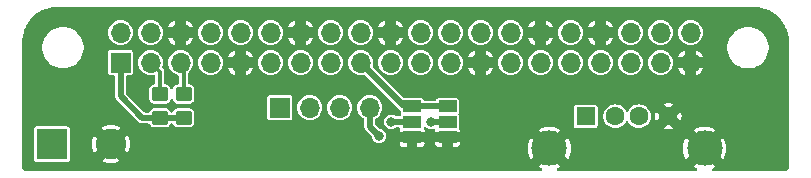
<source format=gbr>
%TF.GenerationSoftware,KiCad,Pcbnew,(7.0.0)*%
%TF.CreationDate,2023-02-23T12:30:24-05:00*%
%TF.ProjectId,PiOled,50694f6c-6564-42e6-9b69-6361645f7063,v3*%
%TF.SameCoordinates,Original*%
%TF.FileFunction,Copper,L1,Top*%
%TF.FilePolarity,Positive*%
%FSLAX46Y46*%
G04 Gerber Fmt 4.6, Leading zero omitted, Abs format (unit mm)*
G04 Created by KiCad (PCBNEW (7.0.0)) date 2023-02-23 12:30:24*
%MOMM*%
%LPD*%
G01*
G04 APERTURE LIST*
G04 Aperture macros list*
%AMRoundRect*
0 Rectangle with rounded corners*
0 $1 Rounding radius*
0 $2 $3 $4 $5 $6 $7 $8 $9 X,Y pos of 4 corners*
0 Add a 4 corners polygon primitive as box body*
4,1,4,$2,$3,$4,$5,$6,$7,$8,$9,$2,$3,0*
0 Add four circle primitives for the rounded corners*
1,1,$1+$1,$2,$3*
1,1,$1+$1,$4,$5*
1,1,$1+$1,$6,$7*
1,1,$1+$1,$8,$9*
0 Add four rect primitives between the rounded corners*
20,1,$1+$1,$2,$3,$4,$5,0*
20,1,$1+$1,$4,$5,$6,$7,0*
20,1,$1+$1,$6,$7,$8,$9,0*
20,1,$1+$1,$8,$9,$2,$3,0*%
G04 Aperture macros list end*
%TA.AperFunction,ComponentPad*%
%ADD10R,1.700000X1.700000*%
%TD*%
%TA.AperFunction,ComponentPad*%
%ADD11O,1.700000X1.700000*%
%TD*%
%TA.AperFunction,ComponentPad*%
%ADD12R,2.600000X2.600000*%
%TD*%
%TA.AperFunction,ComponentPad*%
%ADD13C,2.600000*%
%TD*%
%TA.AperFunction,SMDPad,CuDef*%
%ADD14R,1.500000X1.000000*%
%TD*%
%TA.AperFunction,SMDPad,CuDef*%
%ADD15RoundRect,0.250000X0.450000X-0.350000X0.450000X0.350000X-0.450000X0.350000X-0.450000X-0.350000X0*%
%TD*%
%TA.AperFunction,ComponentPad*%
%ADD16R,1.600000X1.500000*%
%TD*%
%TA.AperFunction,ComponentPad*%
%ADD17C,1.600000*%
%TD*%
%TA.AperFunction,ComponentPad*%
%ADD18C,3.000000*%
%TD*%
%TA.AperFunction,ViaPad*%
%ADD19C,0.800000*%
%TD*%
%TA.AperFunction,Conductor*%
%ADD20C,0.350000*%
%TD*%
%TA.AperFunction,Conductor*%
%ADD21C,0.500000*%
%TD*%
G04 APERTURE END LIST*
D10*
%TO.P,J3,1,Pin_1*%
%TO.N,I2C_SDA*%
X100399999Y-69399999D03*
D11*
%TO.P,J3,2,Pin_2*%
%TO.N,I2C_SCL*%
X102939999Y-69399999D03*
%TO.P,J3,3,Pin_3*%
%TO.N,/PIN3*%
X105479999Y-69399999D03*
%TO.P,J3,4,Pin_4*%
%TO.N,/PIN4*%
X108019999Y-69399999D03*
%TD*%
D12*
%TO.P,J4,1,Pin_1*%
%TO.N,+5V*%
X81099999Y-72499999D03*
D13*
%TO.P,J4,2,Pin_2*%
%TO.N,GND*%
X86100000Y-72500000D03*
%TD*%
D14*
%TO.P,JP1,1,A*%
%TO.N,+3V3*%
X111599999Y-69299999D03*
%TO.P,JP1,2,C*%
%TO.N,/PIN3*%
X111599999Y-70599999D03*
%TO.P,JP1,3,B*%
%TO.N,GND*%
X111599999Y-71899999D03*
%TD*%
%TO.P,JP2,1,A*%
%TO.N,+3V3*%
X114599999Y-69299999D03*
%TO.P,JP2,2,C*%
%TO.N,/PIN4*%
X114599999Y-70599999D03*
%TO.P,JP2,3,B*%
%TO.N,GND*%
X114599999Y-71899999D03*
%TD*%
D15*
%TO.P,R1,1*%
%TO.N,+3.3VP*%
X92250000Y-70250000D03*
%TO.P,R1,2*%
%TO.N,I2C_SCL*%
X92250000Y-68250000D03*
%TD*%
%TO.P,R2,1*%
%TO.N,+3.3VP*%
X90250000Y-70250000D03*
%TO.P,R2,2*%
%TO.N,I2C_SDA*%
X90250000Y-68250000D03*
%TD*%
D16*
%TO.P,J5,1,VBUS*%
%TO.N,unconnected-(J5-VBUS-Pad1)*%
X126299999Y-70139999D03*
D17*
%TO.P,J5,2,D-*%
%TO.N,GPIO21*%
X128800000Y-70140000D03*
%TO.P,J5,3,D+*%
%TO.N,GPIO20*%
X130800000Y-70140000D03*
%TO.P,J5,4,GND*%
%TO.N,GND*%
X133300000Y-70140000D03*
D18*
%TO.P,J5,5,Shield*%
X123230000Y-72850000D03*
X136370000Y-72850000D03*
%TD*%
D10*
%TO.P,J1,1,3V3*%
%TO.N,+3.3VP*%
X86919999Y-65589999D03*
D11*
%TO.P,J1,2,5V*%
%TO.N,+5V*%
X86919999Y-63049999D03*
%TO.P,J1,3,SDA/GPIO2*%
%TO.N,I2C_SDA*%
X89459999Y-65589999D03*
%TO.P,J1,4,5V*%
%TO.N,+5V*%
X89459999Y-63049999D03*
%TO.P,J1,5,SCL/GPIO3*%
%TO.N,I2C_SCL*%
X91999999Y-65589999D03*
%TO.P,J1,6,GND*%
%TO.N,GND*%
X91999999Y-63049999D03*
%TO.P,J1,7,GCLK0/GPIO4*%
%TO.N,unconnected-(J1-GCLK0{slash}GPIO4-Pad7)*%
X94539999Y-65589999D03*
%TO.P,J1,8,GPIO14/TXD*%
%TO.N,unconnected-(J1-GPIO14{slash}TXD-Pad8)*%
X94539999Y-63049999D03*
%TO.P,J1,9,GND*%
%TO.N,GND*%
X97079999Y-65589999D03*
%TO.P,J1,10,GPIO15/RXD*%
%TO.N,unconnected-(J1-GPIO15{slash}RXD-Pad10)*%
X97079999Y-63049999D03*
%TO.P,J1,11,GPIO17*%
%TO.N,unconnected-(J1-GPIO17-Pad11)*%
X99619999Y-65589999D03*
%TO.P,J1,12,GPIO18/PWM0*%
%TO.N,unconnected-(J1-GPIO18{slash}PWM0-Pad12)*%
X99619999Y-63049999D03*
%TO.P,J1,13,GPIO27*%
%TO.N,unconnected-(J1-GPIO27-Pad13)*%
X102159999Y-65589999D03*
%TO.P,J1,14,GND*%
%TO.N,GND*%
X102159999Y-63049999D03*
%TO.P,J1,15,GPIO22*%
%TO.N,unconnected-(J1-GPIO22-Pad15)*%
X104699999Y-65589999D03*
%TO.P,J1,16,GPIO23*%
%TO.N,unconnected-(J1-GPIO23-Pad16)*%
X104699999Y-63049999D03*
%TO.P,J1,17,3V3*%
%TO.N,+3V3*%
X107239999Y-65589999D03*
%TO.P,J1,18,GPIO24*%
%TO.N,unconnected-(J1-GPIO24-Pad18)*%
X107239999Y-63049999D03*
%TO.P,J1,19,MOSI0/GPIO10*%
%TO.N,unconnected-(J1-MOSI0{slash}GPIO10-Pad19)*%
X109779999Y-65589999D03*
%TO.P,J1,20,GND*%
%TO.N,GND*%
X109779999Y-63049999D03*
%TO.P,J1,21,MISO0/GPIO9*%
%TO.N,unconnected-(J1-MISO0{slash}GPIO9-Pad21)*%
X112319999Y-65589999D03*
%TO.P,J1,22,GPIO25*%
%TO.N,unconnected-(J1-GPIO25-Pad22)*%
X112319999Y-63049999D03*
%TO.P,J1,23,SCLK0/GPIO11*%
%TO.N,unconnected-(J1-SCLK0{slash}GPIO11-Pad23)*%
X114859999Y-65589999D03*
%TO.P,J1,24,~{CE0}/GPIO8*%
%TO.N,unconnected-(J1-~{CE0}{slash}GPIO8-Pad24)*%
X114859999Y-63049999D03*
%TO.P,J1,25,GND*%
%TO.N,GND*%
X117399999Y-65589999D03*
%TO.P,J1,26,~{CE1}/GPIO7*%
%TO.N,unconnected-(J1-~{CE1}{slash}GPIO7-Pad26)*%
X117399999Y-63049999D03*
%TO.P,J1,27,ID_SD/GPIO0*%
%TO.N,unconnected-(J1-ID_SD{slash}GPIO0-Pad27)*%
X119939999Y-65589999D03*
%TO.P,J1,28,ID_SC/GPIO1*%
%TO.N,unconnected-(J1-ID_SC{slash}GPIO1-Pad28)*%
X119939999Y-63049999D03*
%TO.P,J1,29,GCLK1/GPIO5*%
%TO.N,unconnected-(J1-GCLK1{slash}GPIO5-Pad29)*%
X122479999Y-65589999D03*
%TO.P,J1,30,GND*%
%TO.N,GND*%
X122479999Y-63049999D03*
%TO.P,J1,31,GCLK2/GPIO6*%
%TO.N,unconnected-(J1-GCLK2{slash}GPIO6-Pad31)*%
X125019999Y-65589999D03*
%TO.P,J1,32,PWM0/GPIO12*%
%TO.N,unconnected-(J1-PWM0{slash}GPIO12-Pad32)*%
X125019999Y-63049999D03*
%TO.P,J1,33,PWM1/GPIO13*%
%TO.N,unconnected-(J1-PWM1{slash}GPIO13-Pad33)*%
X127559999Y-65589999D03*
%TO.P,J1,34,GND*%
%TO.N,GND*%
X127559999Y-63049999D03*
%TO.P,J1,35,GPIO19/MISO1*%
%TO.N,unconnected-(J1-GPIO19{slash}MISO1-Pad35)*%
X130099999Y-65589999D03*
%TO.P,J1,36,GPIO16*%
%TO.N,unconnected-(J1-GPIO16-Pad36)*%
X130099999Y-63049999D03*
%TO.P,J1,37,GPIO26*%
%TO.N,unconnected-(J1-GPIO26-Pad37)*%
X132639999Y-65589999D03*
%TO.P,J1,38,GPIO20/MOSI1*%
%TO.N,GPIO20*%
X132639999Y-63049999D03*
%TO.P,J1,39,GND*%
%TO.N,GND*%
X135179999Y-65589999D03*
%TO.P,J1,40,GPIO21/SCLK1*%
%TO.N,GPIO21*%
X135179999Y-63049999D03*
%TD*%
D19*
%TO.N,GND*%
X94000000Y-68500000D03*
X111000000Y-67500000D03*
X117000000Y-73000000D03*
X142000000Y-68000000D03*
X92000000Y-73000000D03*
X104000000Y-67500000D03*
X118000000Y-68000000D03*
X107000000Y-73000000D03*
X80000000Y-68000000D03*
X99000000Y-73000000D03*
X138000000Y-68000000D03*
X98500000Y-68500000D03*
X85500000Y-68000000D03*
X142000000Y-73000000D03*
%TO.N,/PIN4*%
X113200000Y-70600000D03*
X108800000Y-71800000D03*
%TO.N,/PIN3*%
X109843691Y-70600000D03*
%TD*%
D20*
%TO.N,I2C_SCL*%
X92250000Y-68225000D02*
X92250000Y-65840000D01*
X92250000Y-65840000D02*
X92000000Y-65590000D01*
%TO.N,I2C_SDA*%
X90250000Y-68225000D02*
X90250000Y-66380000D01*
X90250000Y-66380000D02*
X89460000Y-65590000D01*
D21*
%TO.N,+3V3*%
X114600000Y-69300000D02*
X111600000Y-69300000D01*
X111600000Y-69300000D02*
X110950000Y-69300000D01*
X107240000Y-65590000D02*
X109750000Y-68100000D01*
X110950000Y-69300000D02*
X109750000Y-68100000D01*
%TO.N,/PIN4*%
X114600000Y-70600000D02*
X113200000Y-70600000D01*
X108020000Y-71020000D02*
X108800000Y-71800000D01*
X108020000Y-69400000D02*
X108020000Y-71020000D01*
%TO.N,/PIN3*%
X111600000Y-70600000D02*
X109843691Y-70600000D01*
%TO.N,+3.3VP*%
X90250000Y-70275000D02*
X88775000Y-70275000D01*
X92250000Y-70275000D02*
X90250000Y-70275000D01*
X86920000Y-68420000D02*
X86920000Y-65590000D01*
X88775000Y-70275000D02*
X86920000Y-68420000D01*
%TD*%
%TA.AperFunction,Conductor*%
%TO.N,GND*%
G36*
X140549883Y-60868308D02*
G01*
X140869542Y-60886255D01*
X140883569Y-60887836D01*
X141195718Y-60940868D01*
X141209479Y-60944009D01*
X141513742Y-61031662D01*
X141527051Y-61036319D01*
X141819572Y-61157482D01*
X141832291Y-61163606D01*
X142109419Y-61316767D01*
X142121370Y-61324277D01*
X142289612Y-61443648D01*
X142379592Y-61507491D01*
X142390639Y-61516301D01*
X142626716Y-61727270D01*
X142636698Y-61737251D01*
X142847675Y-61973331D01*
X142856484Y-61984378D01*
X143039705Y-62242602D01*
X143047223Y-62254566D01*
X143200372Y-62531667D01*
X143206503Y-62544398D01*
X143327664Y-62836906D01*
X143332331Y-62850243D01*
X143419981Y-63154481D01*
X143423125Y-63168257D01*
X143476158Y-63480394D01*
X143477740Y-63494435D01*
X143495656Y-63813496D01*
X143495854Y-63820560D01*
X143495851Y-74485134D01*
X143486252Y-74533370D01*
X143485705Y-74534690D01*
X143469266Y-74563159D01*
X143410000Y-74640395D01*
X143386742Y-74663652D01*
X143309512Y-74722913D01*
X143281101Y-74739329D01*
X143280097Y-74739745D01*
X143279776Y-74739878D01*
X143231485Y-74749500D01*
X137144705Y-74749500D01*
X137080080Y-74731665D01*
X137033750Y-74683207D01*
X137018832Y-74617847D01*
X137039549Y-74554087D01*
X137090036Y-74509978D01*
X137272283Y-74422212D01*
X137278425Y-74418666D01*
X137285548Y-74411060D01*
X137279535Y-74401588D01*
X136381729Y-73503782D01*
X136369999Y-73497010D01*
X136358271Y-73503781D01*
X135460462Y-74401589D01*
X135454450Y-74411059D01*
X135461576Y-74418668D01*
X135467711Y-74422209D01*
X135649964Y-74509978D01*
X135700451Y-74554087D01*
X135721168Y-74617847D01*
X135706250Y-74683207D01*
X135659920Y-74731665D01*
X135595295Y-74749500D01*
X124004705Y-74749500D01*
X123940080Y-74731665D01*
X123893750Y-74683207D01*
X123878832Y-74617847D01*
X123899549Y-74554087D01*
X123950036Y-74509978D01*
X124132283Y-74422212D01*
X124138425Y-74418666D01*
X124145548Y-74411060D01*
X124139535Y-74401588D01*
X123241729Y-73503782D01*
X123229999Y-73497010D01*
X123218271Y-73503781D01*
X122320462Y-74401589D01*
X122314450Y-74411059D01*
X122321576Y-74418668D01*
X122327711Y-74422209D01*
X122509964Y-74509978D01*
X122560451Y-74554087D01*
X122581168Y-74617847D01*
X122566250Y-74683207D01*
X122519920Y-74731665D01*
X122455295Y-74749500D01*
X78861222Y-74749500D01*
X78812973Y-74739896D01*
X78811651Y-74739348D01*
X78783195Y-74722914D01*
X78705962Y-74663650D01*
X78682705Y-74640393D01*
X78623441Y-74563160D01*
X78606989Y-74534660D01*
X78606442Y-74533339D01*
X78596856Y-74485134D01*
X78596856Y-73814357D01*
X79591500Y-73814357D01*
X79591501Y-73820536D01*
X79592707Y-73826602D01*
X79592708Y-73826607D01*
X79601175Y-73869180D01*
X79601176Y-73869182D01*
X79603597Y-73881353D01*
X79610491Y-73891670D01*
X79642157Y-73939062D01*
X79649680Y-73950320D01*
X79718647Y-73996403D01*
X79779463Y-74008500D01*
X82420536Y-74008499D01*
X82481353Y-73996403D01*
X82550320Y-73950320D01*
X82575386Y-73912807D01*
X85332837Y-73912807D01*
X85340944Y-73920757D01*
X85363503Y-73934581D01*
X85372298Y-73939062D01*
X85596990Y-74032133D01*
X85606376Y-74035183D01*
X85842863Y-74091958D01*
X85852609Y-74093502D01*
X86095070Y-74112584D01*
X86104930Y-74112584D01*
X86347390Y-74093502D01*
X86357136Y-74091958D01*
X86593623Y-74035183D01*
X86603009Y-74032133D01*
X86827703Y-73939062D01*
X86836492Y-73934583D01*
X86859057Y-73920755D01*
X86867161Y-73912809D01*
X86861133Y-73903186D01*
X86111729Y-73153782D01*
X86099999Y-73147010D01*
X86088271Y-73153781D01*
X85338862Y-73903189D01*
X85332837Y-73912807D01*
X82575386Y-73912807D01*
X82596403Y-73881353D01*
X82608500Y-73820537D01*
X82608500Y-72504930D01*
X84487416Y-72504930D01*
X84506497Y-72747390D01*
X84508041Y-72757136D01*
X84564816Y-72993623D01*
X84567866Y-73003009D01*
X84660937Y-73227703D01*
X84665416Y-73236493D01*
X84679241Y-73259054D01*
X84687191Y-73267161D01*
X84696808Y-73261137D01*
X85446216Y-72511730D01*
X85452989Y-72499999D01*
X86747010Y-72499999D01*
X86753782Y-72511729D01*
X87503186Y-73261133D01*
X87512809Y-73267161D01*
X87520755Y-73259057D01*
X87534583Y-73236492D01*
X87539062Y-73227703D01*
X87632133Y-73003009D01*
X87635183Y-72993623D01*
X87668536Y-72854697D01*
X121417282Y-72854697D01*
X121436827Y-73115518D01*
X121438230Y-73124825D01*
X121496430Y-73379812D01*
X121499204Y-73388805D01*
X121594756Y-73632269D01*
X121598839Y-73640749D01*
X121664196Y-73753950D01*
X121671998Y-73762281D01*
X121681691Y-73756254D01*
X122576216Y-72861730D01*
X122582989Y-72849999D01*
X123877010Y-72849999D01*
X123883782Y-72861729D01*
X124778305Y-73756252D01*
X124788000Y-73762281D01*
X124795803Y-73753950D01*
X124861160Y-73640749D01*
X124865243Y-73632269D01*
X124960795Y-73388805D01*
X124963569Y-73379812D01*
X125021769Y-73124825D01*
X125023172Y-73115518D01*
X125042718Y-72854697D01*
X134557282Y-72854697D01*
X134576827Y-73115518D01*
X134578230Y-73124825D01*
X134636430Y-73379812D01*
X134639204Y-73388805D01*
X134734756Y-73632269D01*
X134738839Y-73640749D01*
X134804196Y-73753950D01*
X134811998Y-73762281D01*
X134821691Y-73756254D01*
X135716216Y-72861730D01*
X135722989Y-72849999D01*
X137017010Y-72849999D01*
X137023782Y-72861729D01*
X137918305Y-73756252D01*
X137928000Y-73762281D01*
X137935803Y-73753950D01*
X138001160Y-73640749D01*
X138005243Y-73632269D01*
X138100795Y-73388805D01*
X138103569Y-73379812D01*
X138161769Y-73124825D01*
X138163172Y-73115518D01*
X138182718Y-72854697D01*
X138182718Y-72845303D01*
X138163172Y-72584481D01*
X138161769Y-72575174D01*
X138103569Y-72320187D01*
X138100795Y-72311194D01*
X138005243Y-72067730D01*
X138001160Y-72059250D01*
X137935802Y-71946048D01*
X137928000Y-71937717D01*
X137918305Y-71943746D01*
X137023781Y-72838271D01*
X137017010Y-72849999D01*
X135722989Y-72849999D01*
X135716217Y-72838270D01*
X134821693Y-71943746D01*
X134811998Y-71937717D01*
X134804196Y-71946047D01*
X134738834Y-72059259D01*
X134734758Y-72067723D01*
X134639204Y-72311194D01*
X134636430Y-72320187D01*
X134578230Y-72575174D01*
X134576827Y-72584481D01*
X134557282Y-72845303D01*
X134557282Y-72854697D01*
X125042718Y-72854697D01*
X125042718Y-72845303D01*
X125023172Y-72584481D01*
X125021769Y-72575174D01*
X124963569Y-72320187D01*
X124960795Y-72311194D01*
X124865243Y-72067730D01*
X124861160Y-72059250D01*
X124795802Y-71946048D01*
X124788000Y-71937717D01*
X124778305Y-71943746D01*
X123883781Y-72838271D01*
X123877010Y-72849999D01*
X122582989Y-72849999D01*
X122576217Y-72838270D01*
X121681693Y-71943746D01*
X121671998Y-71937717D01*
X121664196Y-71946047D01*
X121598834Y-72059259D01*
X121594758Y-72067723D01*
X121499204Y-72311194D01*
X121496430Y-72320187D01*
X121438230Y-72575174D01*
X121436827Y-72584481D01*
X121417282Y-72845303D01*
X121417282Y-72854697D01*
X87668536Y-72854697D01*
X87691958Y-72757136D01*
X87693502Y-72747390D01*
X87712584Y-72504930D01*
X87712584Y-72495070D01*
X87708434Y-72442337D01*
X110542000Y-72442337D01*
X110542420Y-72449610D01*
X110543895Y-72462323D01*
X110548816Y-72480408D01*
X110586781Y-72566392D01*
X110599757Y-72585335D01*
X110664664Y-72650242D01*
X110683607Y-72663218D01*
X110769591Y-72701183D01*
X110787676Y-72706104D01*
X110800389Y-72707579D01*
X110807663Y-72708000D01*
X111129410Y-72708000D01*
X111142493Y-72704493D01*
X111146000Y-72691410D01*
X112054000Y-72691410D01*
X112057506Y-72704493D01*
X112070590Y-72708000D01*
X112392337Y-72708000D01*
X112399610Y-72707579D01*
X112412323Y-72706104D01*
X112430408Y-72701183D01*
X112516392Y-72663218D01*
X112535335Y-72650242D01*
X112600242Y-72585335D01*
X112613218Y-72566392D01*
X112651183Y-72480408D01*
X112656104Y-72462323D01*
X112657579Y-72449610D01*
X112658000Y-72442337D01*
X113542000Y-72442337D01*
X113542420Y-72449610D01*
X113543895Y-72462323D01*
X113548816Y-72480408D01*
X113586781Y-72566392D01*
X113599757Y-72585335D01*
X113664664Y-72650242D01*
X113683607Y-72663218D01*
X113769591Y-72701183D01*
X113787676Y-72706104D01*
X113800389Y-72707579D01*
X113807663Y-72708000D01*
X114129410Y-72708000D01*
X114142493Y-72704493D01*
X114146000Y-72691410D01*
X115054000Y-72691410D01*
X115057506Y-72704493D01*
X115070590Y-72708000D01*
X115392337Y-72708000D01*
X115399610Y-72707579D01*
X115412323Y-72706104D01*
X115430408Y-72701183D01*
X115516392Y-72663218D01*
X115535335Y-72650242D01*
X115600242Y-72585335D01*
X115613218Y-72566392D01*
X115651183Y-72480408D01*
X115656104Y-72462323D01*
X115657579Y-72449610D01*
X115658000Y-72442337D01*
X115658000Y-72370590D01*
X115654493Y-72357506D01*
X115641410Y-72354000D01*
X115070590Y-72354000D01*
X115057506Y-72357506D01*
X115054000Y-72370590D01*
X115054000Y-72691410D01*
X114146000Y-72691410D01*
X114146000Y-72370590D01*
X114142493Y-72357506D01*
X114129410Y-72354000D01*
X113558590Y-72354000D01*
X113545506Y-72357506D01*
X113542000Y-72370590D01*
X113542000Y-72442337D01*
X112658000Y-72442337D01*
X112658000Y-72370590D01*
X112654493Y-72357506D01*
X112641410Y-72354000D01*
X112070590Y-72354000D01*
X112057506Y-72357506D01*
X112054000Y-72370590D01*
X112054000Y-72691410D01*
X111146000Y-72691410D01*
X111146000Y-72370590D01*
X111142493Y-72357506D01*
X111129410Y-72354000D01*
X110558590Y-72354000D01*
X110545506Y-72357506D01*
X110542000Y-72370590D01*
X110542000Y-72442337D01*
X87708434Y-72442337D01*
X87693502Y-72252609D01*
X87691958Y-72242863D01*
X87635183Y-72006376D01*
X87632133Y-71996990D01*
X87539062Y-71772298D01*
X87534581Y-71763503D01*
X87520757Y-71740944D01*
X87512807Y-71732837D01*
X87503189Y-71738862D01*
X86753781Y-72488271D01*
X86747010Y-72499999D01*
X85452989Y-72499999D01*
X85446217Y-72488270D01*
X84696810Y-71738863D01*
X84687190Y-71732837D01*
X84679242Y-71740943D01*
X84665417Y-71763504D01*
X84660936Y-71772300D01*
X84567866Y-71996990D01*
X84564816Y-72006376D01*
X84508041Y-72242863D01*
X84506497Y-72252609D01*
X84487416Y-72495070D01*
X84487416Y-72504930D01*
X82608500Y-72504930D01*
X82608499Y-71179464D01*
X82596403Y-71118647D01*
X82575384Y-71087190D01*
X85332837Y-71087190D01*
X85338863Y-71096810D01*
X86088270Y-71846217D01*
X86099999Y-71852989D01*
X86111730Y-71846216D01*
X86861137Y-71096808D01*
X86867161Y-71087191D01*
X86859054Y-71079241D01*
X86836493Y-71065416D01*
X86827703Y-71060937D01*
X86603009Y-70967866D01*
X86593623Y-70964816D01*
X86357136Y-70908041D01*
X86347390Y-70906497D01*
X86104930Y-70887416D01*
X86095070Y-70887416D01*
X85852609Y-70906497D01*
X85842863Y-70908041D01*
X85606376Y-70964816D01*
X85596990Y-70967866D01*
X85372300Y-71060936D01*
X85363504Y-71065417D01*
X85340943Y-71079242D01*
X85332837Y-71087190D01*
X82575384Y-71087190D01*
X82550320Y-71049680D01*
X82538826Y-71042000D01*
X82491669Y-71010490D01*
X82491668Y-71010489D01*
X82481353Y-71003597D01*
X82420537Y-70991500D01*
X82414350Y-70991500D01*
X79785652Y-70991500D01*
X79785641Y-70991500D01*
X79779464Y-70991501D01*
X79773398Y-70992707D01*
X79773392Y-70992708D01*
X79730819Y-71001175D01*
X79730813Y-71001177D01*
X79718647Y-71003597D01*
X79708330Y-71010490D01*
X79708329Y-71010491D01*
X79659993Y-71042788D01*
X79659990Y-71042790D01*
X79649680Y-71049680D01*
X79642790Y-71059990D01*
X79642788Y-71059993D01*
X79610490Y-71108330D01*
X79610488Y-71108332D01*
X79603597Y-71118647D01*
X79601176Y-71130815D01*
X79601176Y-71130817D01*
X79592707Y-71173394D01*
X79591500Y-71179463D01*
X79591500Y-71185648D01*
X79591500Y-71185649D01*
X79591500Y-73814347D01*
X79591500Y-73814357D01*
X78596856Y-73814357D01*
X78596856Y-66454357D01*
X85861500Y-66454357D01*
X85861501Y-66460536D01*
X85862707Y-66466602D01*
X85862708Y-66466607D01*
X85871175Y-66509180D01*
X85871176Y-66509182D01*
X85873597Y-66521353D01*
X85880491Y-66531670D01*
X85907986Y-66572820D01*
X85919680Y-66590320D01*
X85988647Y-66636403D01*
X86049463Y-66648500D01*
X86335500Y-66648500D01*
X86398500Y-66665381D01*
X86444619Y-66711500D01*
X86461500Y-66774500D01*
X86461500Y-68387172D01*
X86460708Y-68401279D01*
X86456645Y-68437338D01*
X86458400Y-68446613D01*
X86467459Y-68494490D01*
X86468247Y-68499133D01*
X86475511Y-68547329D01*
X86475514Y-68547340D01*
X86476921Y-68556672D01*
X86480715Y-68564550D01*
X86482341Y-68573143D01*
X86497157Y-68601176D01*
X86509517Y-68624562D01*
X86511640Y-68628767D01*
X86536890Y-68681200D01*
X86542839Y-68687612D01*
X86546925Y-68695342D01*
X86553603Y-68702020D01*
X86588048Y-68736465D01*
X86591317Y-68739858D01*
X86630901Y-68782519D01*
X86637012Y-68786047D01*
X86642824Y-68791241D01*
X88427577Y-70575994D01*
X88436993Y-70586530D01*
X88459618Y-70614901D01*
X88507678Y-70647667D01*
X88511518Y-70650391D01*
X88520439Y-70656976D01*
X88550738Y-70679338D01*
X88550739Y-70679339D01*
X88558337Y-70684946D01*
X88566593Y-70687835D01*
X88573817Y-70692760D01*
X88629410Y-70709908D01*
X88633844Y-70711367D01*
X88688797Y-70730596D01*
X88697537Y-70730922D01*
X88705892Y-70733500D01*
X88764066Y-70733500D01*
X88768776Y-70733588D01*
X88826916Y-70735763D01*
X88833732Y-70733936D01*
X88841509Y-70733500D01*
X89271770Y-70733500D01*
X89336798Y-70751577D01*
X89383167Y-70800622D01*
X89386937Y-70807755D01*
X89390054Y-70816663D01*
X89395659Y-70824258D01*
X89395660Y-70824259D01*
X89454767Y-70904347D01*
X89472129Y-70927871D01*
X89583337Y-71009946D01*
X89713797Y-71055595D01*
X89744774Y-71058500D01*
X90752273Y-71058500D01*
X90755226Y-71058500D01*
X90786203Y-71055595D01*
X90916663Y-71009946D01*
X91027871Y-70927871D01*
X91109946Y-70816663D01*
X91113065Y-70807750D01*
X91116833Y-70800622D01*
X91163202Y-70751577D01*
X91228230Y-70733500D01*
X91271770Y-70733500D01*
X91336798Y-70751577D01*
X91383167Y-70800622D01*
X91386937Y-70807755D01*
X91390054Y-70816663D01*
X91395659Y-70824258D01*
X91395660Y-70824259D01*
X91454767Y-70904347D01*
X91472129Y-70927871D01*
X91583337Y-71009946D01*
X91713797Y-71055595D01*
X91744774Y-71058500D01*
X92752273Y-71058500D01*
X92755226Y-71058500D01*
X92786203Y-71055595D01*
X92916663Y-71009946D01*
X93027871Y-70927871D01*
X93109946Y-70816663D01*
X93155595Y-70686203D01*
X93158500Y-70655226D01*
X93158500Y-70264357D01*
X99341500Y-70264357D01*
X99341501Y-70270536D01*
X99342707Y-70276602D01*
X99342708Y-70276607D01*
X99351175Y-70319180D01*
X99351176Y-70319182D01*
X99353597Y-70331353D01*
X99399680Y-70400320D01*
X99468647Y-70446403D01*
X99529463Y-70458500D01*
X101270536Y-70458499D01*
X101331353Y-70446403D01*
X101400320Y-70400320D01*
X101446403Y-70331353D01*
X101458500Y-70270537D01*
X101458499Y-69400000D01*
X101876378Y-69400000D01*
X101896815Y-69607502D01*
X101898610Y-69613420D01*
X101898611Y-69613424D01*
X101934031Y-69730189D01*
X101957341Y-69807031D01*
X101960260Y-69812492D01*
X102052712Y-69985457D01*
X102052714Y-69985461D01*
X102055631Y-69990917D01*
X102059556Y-69995700D01*
X102059557Y-69995701D01*
X102183038Y-70146163D01*
X102187906Y-70152094D01*
X102349083Y-70284369D01*
X102532969Y-70382659D01*
X102732498Y-70443185D01*
X102940000Y-70463622D01*
X103147502Y-70443185D01*
X103347031Y-70382659D01*
X103530917Y-70284369D01*
X103692094Y-70152094D01*
X103824369Y-69990917D01*
X103922659Y-69807031D01*
X103983185Y-69607502D01*
X104003622Y-69400000D01*
X104416378Y-69400000D01*
X104436815Y-69607502D01*
X104438610Y-69613420D01*
X104438611Y-69613424D01*
X104474031Y-69730189D01*
X104497341Y-69807031D01*
X104500260Y-69812492D01*
X104592712Y-69985457D01*
X104592714Y-69985461D01*
X104595631Y-69990917D01*
X104599556Y-69995700D01*
X104599557Y-69995701D01*
X104723038Y-70146163D01*
X104727906Y-70152094D01*
X104889083Y-70284369D01*
X105072969Y-70382659D01*
X105272498Y-70443185D01*
X105480000Y-70463622D01*
X105687502Y-70443185D01*
X105887031Y-70382659D01*
X106070917Y-70284369D01*
X106232094Y-70152094D01*
X106364369Y-69990917D01*
X106462659Y-69807031D01*
X106523185Y-69607502D01*
X106543622Y-69400000D01*
X106956378Y-69400000D01*
X106976815Y-69607502D01*
X106978610Y-69613420D01*
X106978611Y-69613424D01*
X107014031Y-69730189D01*
X107037341Y-69807031D01*
X107040260Y-69812492D01*
X107132712Y-69985457D01*
X107132714Y-69985461D01*
X107135631Y-69990917D01*
X107139556Y-69995700D01*
X107139557Y-69995701D01*
X107263038Y-70146163D01*
X107267906Y-70152094D01*
X107429083Y-70284369D01*
X107494209Y-70319180D01*
X107494896Y-70319547D01*
X107543574Y-70365892D01*
X107561500Y-70430669D01*
X107561500Y-70987172D01*
X107560708Y-71001280D01*
X107559732Y-71009946D01*
X107556645Y-71037338D01*
X107563453Y-71073321D01*
X107567459Y-71094490D01*
X107568247Y-71099133D01*
X107575511Y-71147329D01*
X107575514Y-71147340D01*
X107576921Y-71156672D01*
X107580715Y-71164550D01*
X107582341Y-71173143D01*
X107603803Y-71213751D01*
X107609517Y-71224562D01*
X107611640Y-71228767D01*
X107636890Y-71281200D01*
X107642839Y-71287612D01*
X107646925Y-71295342D01*
X107653603Y-71302020D01*
X107688048Y-71336465D01*
X107691317Y-71339858D01*
X107715585Y-71366013D01*
X107730901Y-71382519D01*
X107737012Y-71386047D01*
X107742824Y-71391241D01*
X108161259Y-71809676D01*
X108185170Y-71843042D01*
X108197086Y-71882323D01*
X108206083Y-71950661D01*
X108206084Y-71950667D01*
X108207162Y-71958850D01*
X108210321Y-71966477D01*
X108210322Y-71966480D01*
X108252258Y-72067723D01*
X108268476Y-72106876D01*
X108366013Y-72233987D01*
X108493124Y-72331524D01*
X108641150Y-72392838D01*
X108800000Y-72413751D01*
X108958850Y-72392838D01*
X109106876Y-72331524D01*
X109233987Y-72233987D01*
X109331524Y-72106876D01*
X109392838Y-71958850D01*
X109413751Y-71800000D01*
X109392838Y-71641150D01*
X109331524Y-71493125D01*
X109233987Y-71366013D01*
X109227436Y-71360986D01*
X109227435Y-71360985D01*
X109173489Y-71319591D01*
X109106876Y-71268476D01*
X109099250Y-71265317D01*
X109099248Y-71265316D01*
X108966480Y-71210322D01*
X108966477Y-71210321D01*
X108958850Y-71207162D01*
X108950667Y-71206084D01*
X108950661Y-71206083D01*
X108882323Y-71197086D01*
X108843042Y-71185170D01*
X108809676Y-71161259D01*
X108515405Y-70866988D01*
X108488091Y-70826111D01*
X108478500Y-70777893D01*
X108478500Y-70430669D01*
X108496426Y-70365892D01*
X108545104Y-70319547D01*
X108545791Y-70319180D01*
X108610917Y-70284369D01*
X108772094Y-70152094D01*
X108904369Y-69990917D01*
X109002659Y-69807031D01*
X109063185Y-69607502D01*
X109083622Y-69400000D01*
X109063185Y-69192498D01*
X109002659Y-68992969D01*
X108904369Y-68809083D01*
X108772094Y-68647906D01*
X108743649Y-68624562D01*
X108615701Y-68519557D01*
X108615700Y-68519556D01*
X108610917Y-68515631D01*
X108605461Y-68512714D01*
X108605457Y-68512712D01*
X108432492Y-68420260D01*
X108427031Y-68417341D01*
X108350913Y-68394251D01*
X108233424Y-68358611D01*
X108233420Y-68358610D01*
X108227502Y-68356815D01*
X108020000Y-68336378D01*
X108013837Y-68336985D01*
X107818660Y-68356208D01*
X107818658Y-68356208D01*
X107812498Y-68356815D01*
X107806581Y-68358609D01*
X107806575Y-68358611D01*
X107618892Y-68415544D01*
X107618889Y-68415545D01*
X107612969Y-68417341D01*
X107607511Y-68420258D01*
X107607507Y-68420260D01*
X107434542Y-68512712D01*
X107434533Y-68512717D01*
X107429083Y-68515631D01*
X107424304Y-68519552D01*
X107424298Y-68519557D01*
X107272685Y-68643983D01*
X107272679Y-68643988D01*
X107267906Y-68647906D01*
X107263988Y-68652679D01*
X107263983Y-68652685D01*
X107139557Y-68804298D01*
X107139552Y-68804304D01*
X107135631Y-68809083D01*
X107132717Y-68814533D01*
X107132712Y-68814542D01*
X107040260Y-68987507D01*
X107040258Y-68987511D01*
X107037341Y-68992969D01*
X107035545Y-68998889D01*
X107035544Y-68998892D01*
X106978611Y-69186575D01*
X106978609Y-69186581D01*
X106976815Y-69192498D01*
X106976208Y-69198658D01*
X106976208Y-69198660D01*
X106958776Y-69375649D01*
X106956378Y-69400000D01*
X106543622Y-69400000D01*
X106523185Y-69192498D01*
X106462659Y-68992969D01*
X106364369Y-68809083D01*
X106232094Y-68647906D01*
X106203649Y-68624562D01*
X106075701Y-68519557D01*
X106075700Y-68519556D01*
X106070917Y-68515631D01*
X106065461Y-68512714D01*
X106065457Y-68512712D01*
X105892492Y-68420260D01*
X105887031Y-68417341D01*
X105810913Y-68394251D01*
X105693424Y-68358611D01*
X105693420Y-68358610D01*
X105687502Y-68356815D01*
X105480000Y-68336378D01*
X105473837Y-68336985D01*
X105278660Y-68356208D01*
X105278658Y-68356208D01*
X105272498Y-68356815D01*
X105266581Y-68358609D01*
X105266575Y-68358611D01*
X105078892Y-68415544D01*
X105078889Y-68415545D01*
X105072969Y-68417341D01*
X105067511Y-68420258D01*
X105067507Y-68420260D01*
X104894542Y-68512712D01*
X104894533Y-68512717D01*
X104889083Y-68515631D01*
X104884304Y-68519552D01*
X104884298Y-68519557D01*
X104732685Y-68643983D01*
X104732679Y-68643988D01*
X104727906Y-68647906D01*
X104723988Y-68652679D01*
X104723983Y-68652685D01*
X104599557Y-68804298D01*
X104599552Y-68804304D01*
X104595631Y-68809083D01*
X104592717Y-68814533D01*
X104592712Y-68814542D01*
X104500260Y-68987507D01*
X104500258Y-68987511D01*
X104497341Y-68992969D01*
X104495545Y-68998889D01*
X104495544Y-68998892D01*
X104438611Y-69186575D01*
X104438609Y-69186581D01*
X104436815Y-69192498D01*
X104436208Y-69198658D01*
X104436208Y-69198660D01*
X104418776Y-69375649D01*
X104416378Y-69400000D01*
X104003622Y-69400000D01*
X103983185Y-69192498D01*
X103922659Y-68992969D01*
X103824369Y-68809083D01*
X103692094Y-68647906D01*
X103663649Y-68624562D01*
X103535701Y-68519557D01*
X103535700Y-68519556D01*
X103530917Y-68515631D01*
X103525461Y-68512714D01*
X103525457Y-68512712D01*
X103352492Y-68420260D01*
X103347031Y-68417341D01*
X103270913Y-68394251D01*
X103153424Y-68358611D01*
X103153420Y-68358610D01*
X103147502Y-68356815D01*
X102940000Y-68336378D01*
X102933837Y-68336985D01*
X102738660Y-68356208D01*
X102738658Y-68356208D01*
X102732498Y-68356815D01*
X102726581Y-68358609D01*
X102726575Y-68358611D01*
X102538892Y-68415544D01*
X102538889Y-68415545D01*
X102532969Y-68417341D01*
X102527511Y-68420258D01*
X102527507Y-68420260D01*
X102354542Y-68512712D01*
X102354533Y-68512717D01*
X102349083Y-68515631D01*
X102344304Y-68519552D01*
X102344298Y-68519557D01*
X102192685Y-68643983D01*
X102192679Y-68643988D01*
X102187906Y-68647906D01*
X102183988Y-68652679D01*
X102183983Y-68652685D01*
X102059557Y-68804298D01*
X102059552Y-68804304D01*
X102055631Y-68809083D01*
X102052717Y-68814533D01*
X102052712Y-68814542D01*
X101960260Y-68987507D01*
X101960258Y-68987511D01*
X101957341Y-68992969D01*
X101955545Y-68998889D01*
X101955544Y-68998892D01*
X101898611Y-69186575D01*
X101898609Y-69186581D01*
X101896815Y-69192498D01*
X101896208Y-69198658D01*
X101896208Y-69198660D01*
X101878776Y-69375649D01*
X101876378Y-69400000D01*
X101458499Y-69400000D01*
X101458499Y-68529464D01*
X101446403Y-68468647D01*
X101400320Y-68399680D01*
X101331353Y-68353597D01*
X101270537Y-68341500D01*
X101264350Y-68341500D01*
X99535652Y-68341500D01*
X99535641Y-68341500D01*
X99529464Y-68341501D01*
X99523398Y-68342707D01*
X99523392Y-68342708D01*
X99480819Y-68351175D01*
X99480813Y-68351177D01*
X99468647Y-68353597D01*
X99458330Y-68360490D01*
X99458329Y-68360491D01*
X99409993Y-68392788D01*
X99409990Y-68392790D01*
X99399680Y-68399680D01*
X99392790Y-68409990D01*
X99392788Y-68409993D01*
X99360490Y-68458330D01*
X99360488Y-68458332D01*
X99353597Y-68468647D01*
X99351176Y-68480815D01*
X99351176Y-68480817D01*
X99342707Y-68523394D01*
X99341500Y-68529463D01*
X99341500Y-68535648D01*
X99341500Y-68535649D01*
X99341500Y-70264347D01*
X99341500Y-70264357D01*
X93158500Y-70264357D01*
X93158500Y-69844774D01*
X93155595Y-69813797D01*
X93109946Y-69683337D01*
X93027871Y-69572129D01*
X92916663Y-69490054D01*
X92907751Y-69486935D01*
X92907750Y-69486935D01*
X92793440Y-69446937D01*
X92793437Y-69446936D01*
X92786203Y-69444405D01*
X92778569Y-69443689D01*
X92758161Y-69441775D01*
X92758155Y-69441774D01*
X92755226Y-69441500D01*
X91744774Y-69441500D01*
X91741845Y-69441774D01*
X91741838Y-69441775D01*
X91721430Y-69443689D01*
X91721428Y-69443689D01*
X91713797Y-69444405D01*
X91706563Y-69446935D01*
X91706559Y-69446937D01*
X91592249Y-69486935D01*
X91592245Y-69486936D01*
X91583337Y-69490054D01*
X91575741Y-69495659D01*
X91575737Y-69495662D01*
X91479725Y-69566522D01*
X91479721Y-69566525D01*
X91472129Y-69572129D01*
X91466525Y-69579721D01*
X91466522Y-69579725D01*
X91395662Y-69675737D01*
X91395659Y-69675741D01*
X91390054Y-69683337D01*
X91386936Y-69692245D01*
X91386934Y-69692251D01*
X91372987Y-69732113D01*
X91346422Y-69776201D01*
X91304444Y-69805987D01*
X91254057Y-69816500D01*
X91245943Y-69816500D01*
X91195556Y-69805987D01*
X91153578Y-69776201D01*
X91127013Y-69732113D01*
X91113065Y-69692251D01*
X91113064Y-69692249D01*
X91109946Y-69683337D01*
X91027871Y-69572129D01*
X90916663Y-69490054D01*
X90907751Y-69486935D01*
X90907750Y-69486935D01*
X90793440Y-69446937D01*
X90793437Y-69446936D01*
X90786203Y-69444405D01*
X90778569Y-69443689D01*
X90758161Y-69441775D01*
X90758155Y-69441774D01*
X90755226Y-69441500D01*
X89744774Y-69441500D01*
X89741845Y-69441774D01*
X89741838Y-69441775D01*
X89721430Y-69443689D01*
X89721428Y-69443689D01*
X89713797Y-69444405D01*
X89706563Y-69446935D01*
X89706559Y-69446937D01*
X89592249Y-69486935D01*
X89592245Y-69486936D01*
X89583337Y-69490054D01*
X89575741Y-69495659D01*
X89575737Y-69495662D01*
X89479725Y-69566522D01*
X89479721Y-69566525D01*
X89472129Y-69572129D01*
X89466525Y-69579721D01*
X89466522Y-69579725D01*
X89395662Y-69675737D01*
X89395659Y-69675741D01*
X89390054Y-69683337D01*
X89386936Y-69692245D01*
X89386934Y-69692251D01*
X89372987Y-69732113D01*
X89346422Y-69776201D01*
X89304444Y-69805987D01*
X89254057Y-69816500D01*
X89017107Y-69816500D01*
X88968889Y-69806909D01*
X88928012Y-69779595D01*
X87415405Y-68266988D01*
X87388091Y-68226111D01*
X87378500Y-68177893D01*
X87378500Y-66774499D01*
X87395381Y-66711499D01*
X87441500Y-66665380D01*
X87504500Y-66648499D01*
X87784348Y-66648499D01*
X87790536Y-66648499D01*
X87851353Y-66636403D01*
X87920320Y-66590320D01*
X87966403Y-66521353D01*
X87978500Y-66460537D01*
X87978499Y-65590000D01*
X88396378Y-65590000D01*
X88416815Y-65797502D01*
X88477341Y-65997031D01*
X88480260Y-66002492D01*
X88572712Y-66175457D01*
X88572714Y-66175461D01*
X88575631Y-66180917D01*
X88579556Y-66185700D01*
X88579557Y-66185701D01*
X88695724Y-66327251D01*
X88707906Y-66342094D01*
X88869083Y-66474369D01*
X89052969Y-66572659D01*
X89252498Y-66633185D01*
X89460000Y-66653622D01*
X89667502Y-66633185D01*
X89673427Y-66631387D01*
X89673430Y-66631387D01*
X89703926Y-66622137D01*
X89762042Y-66618567D01*
X89815559Y-66641508D01*
X89853046Y-66686061D01*
X89866500Y-66742712D01*
X89866500Y-67315700D01*
X89850586Y-67376994D01*
X89806865Y-67422806D01*
X89746584Y-67441500D01*
X89744774Y-67441500D01*
X89741844Y-67441774D01*
X89741839Y-67441775D01*
X89721430Y-67443689D01*
X89721428Y-67443689D01*
X89713797Y-67444405D01*
X89706563Y-67446935D01*
X89706559Y-67446937D01*
X89592249Y-67486935D01*
X89592245Y-67486936D01*
X89583337Y-67490054D01*
X89575741Y-67495659D01*
X89575737Y-67495662D01*
X89479725Y-67566522D01*
X89479721Y-67566525D01*
X89472129Y-67572129D01*
X89466525Y-67579721D01*
X89466522Y-67579725D01*
X89395662Y-67675737D01*
X89395659Y-67675741D01*
X89390054Y-67683337D01*
X89386936Y-67692245D01*
X89386935Y-67692249D01*
X89346937Y-67806559D01*
X89346935Y-67806563D01*
X89344405Y-67813797D01*
X89341500Y-67844774D01*
X89341500Y-68655226D01*
X89344405Y-68686203D01*
X89346936Y-68693437D01*
X89346937Y-68693440D01*
X89385727Y-68804298D01*
X89390054Y-68816663D01*
X89395661Y-68824260D01*
X89395662Y-68824262D01*
X89408384Y-68841500D01*
X89472129Y-68927871D01*
X89583337Y-69009946D01*
X89713797Y-69055595D01*
X89744774Y-69058500D01*
X90752273Y-69058500D01*
X90755226Y-69058500D01*
X90786203Y-69055595D01*
X90916663Y-69009946D01*
X91027871Y-68927871D01*
X91109946Y-68816663D01*
X91131070Y-68756291D01*
X91164991Y-68704904D01*
X91219213Y-68675725D01*
X91280787Y-68675725D01*
X91335009Y-68704904D01*
X91368930Y-68756292D01*
X91379636Y-68786891D01*
X91390054Y-68816663D01*
X91395661Y-68824260D01*
X91395662Y-68824262D01*
X91408384Y-68841500D01*
X91472129Y-68927871D01*
X91583337Y-69009946D01*
X91713797Y-69055595D01*
X91744774Y-69058500D01*
X92752273Y-69058500D01*
X92755226Y-69058500D01*
X92786203Y-69055595D01*
X92916663Y-69009946D01*
X93027871Y-68927871D01*
X93109946Y-68816663D01*
X93155595Y-68686203D01*
X93158500Y-68655226D01*
X93158500Y-67844774D01*
X93155595Y-67813797D01*
X93109946Y-67683337D01*
X93027871Y-67572129D01*
X92916663Y-67490054D01*
X92907751Y-67486935D01*
X92907750Y-67486935D01*
X92793440Y-67446937D01*
X92793437Y-67446936D01*
X92786203Y-67444405D01*
X92778569Y-67443689D01*
X92758160Y-67441775D01*
X92758156Y-67441774D01*
X92755226Y-67441500D01*
X92753416Y-67441500D01*
X92693135Y-67422806D01*
X92649414Y-67376994D01*
X92633500Y-67315700D01*
X92633500Y-66499015D01*
X92645597Y-66445143D01*
X92679567Y-66401616D01*
X92747310Y-66346020D01*
X92747309Y-66346020D01*
X92752094Y-66342094D01*
X92884369Y-66180917D01*
X92982659Y-65997031D01*
X93043185Y-65797502D01*
X93063622Y-65590000D01*
X93476378Y-65590000D01*
X93496815Y-65797502D01*
X93557341Y-65997031D01*
X93560260Y-66002492D01*
X93652712Y-66175457D01*
X93652714Y-66175461D01*
X93655631Y-66180917D01*
X93659556Y-66185700D01*
X93659557Y-66185701D01*
X93775724Y-66327251D01*
X93787906Y-66342094D01*
X93949083Y-66474369D01*
X94132969Y-66572659D01*
X94332498Y-66633185D01*
X94540000Y-66653622D01*
X94747502Y-66633185D01*
X94947031Y-66572659D01*
X95130917Y-66474369D01*
X95292094Y-66342094D01*
X95424369Y-66180917D01*
X95495979Y-66046945D01*
X96017201Y-66046945D01*
X96019619Y-66058407D01*
X96088633Y-66197003D01*
X96094741Y-66206868D01*
X96217049Y-66368831D01*
X96224866Y-66377407D01*
X96374851Y-66514135D01*
X96384114Y-66521131D01*
X96556674Y-66627975D01*
X96567052Y-66633142D01*
X96611680Y-66650431D01*
X96623208Y-66651904D01*
X96626000Y-66640621D01*
X97534000Y-66640621D01*
X97536791Y-66651904D01*
X97548319Y-66650431D01*
X97592947Y-66633142D01*
X97603325Y-66627975D01*
X97775885Y-66521131D01*
X97785148Y-66514135D01*
X97935133Y-66377407D01*
X97942950Y-66368831D01*
X98065258Y-66206868D01*
X98071366Y-66197003D01*
X98140380Y-66058407D01*
X98142798Y-66046945D01*
X98131458Y-66044000D01*
X97550590Y-66044000D01*
X97537506Y-66047506D01*
X97534000Y-66060590D01*
X97534000Y-66640621D01*
X96626000Y-66640621D01*
X96626000Y-66060590D01*
X96622493Y-66047506D01*
X96609410Y-66044000D01*
X96028542Y-66044000D01*
X96017201Y-66046945D01*
X95495979Y-66046945D01*
X95522659Y-65997031D01*
X95583185Y-65797502D01*
X95603622Y-65590000D01*
X98556378Y-65590000D01*
X98576815Y-65797502D01*
X98637341Y-65997031D01*
X98640260Y-66002492D01*
X98732712Y-66175457D01*
X98732714Y-66175461D01*
X98735631Y-66180917D01*
X98739556Y-66185700D01*
X98739557Y-66185701D01*
X98855724Y-66327251D01*
X98867906Y-66342094D01*
X99029083Y-66474369D01*
X99212969Y-66572659D01*
X99412498Y-66633185D01*
X99620000Y-66653622D01*
X99827502Y-66633185D01*
X100027031Y-66572659D01*
X100210917Y-66474369D01*
X100372094Y-66342094D01*
X100504369Y-66180917D01*
X100602659Y-65997031D01*
X100663185Y-65797502D01*
X100683622Y-65590000D01*
X101096378Y-65590000D01*
X101116815Y-65797502D01*
X101177341Y-65997031D01*
X101180260Y-66002492D01*
X101272712Y-66175457D01*
X101272714Y-66175461D01*
X101275631Y-66180917D01*
X101279556Y-66185700D01*
X101279557Y-66185701D01*
X101395724Y-66327251D01*
X101407906Y-66342094D01*
X101569083Y-66474369D01*
X101752969Y-66572659D01*
X101952498Y-66633185D01*
X102160000Y-66653622D01*
X102367502Y-66633185D01*
X102567031Y-66572659D01*
X102750917Y-66474369D01*
X102912094Y-66342094D01*
X103044369Y-66180917D01*
X103142659Y-65997031D01*
X103203185Y-65797502D01*
X103223622Y-65590000D01*
X103636378Y-65590000D01*
X103656815Y-65797502D01*
X103717341Y-65997031D01*
X103720260Y-66002492D01*
X103812712Y-66175457D01*
X103812714Y-66175461D01*
X103815631Y-66180917D01*
X103819556Y-66185700D01*
X103819557Y-66185701D01*
X103935724Y-66327251D01*
X103947906Y-66342094D01*
X104109083Y-66474369D01*
X104292969Y-66572659D01*
X104492498Y-66633185D01*
X104700000Y-66653622D01*
X104907502Y-66633185D01*
X105107031Y-66572659D01*
X105290917Y-66474369D01*
X105452094Y-66342094D01*
X105584369Y-66180917D01*
X105682659Y-65997031D01*
X105743185Y-65797502D01*
X105763622Y-65590000D01*
X106176378Y-65590000D01*
X106196815Y-65797502D01*
X106257341Y-65997031D01*
X106260260Y-66002492D01*
X106352712Y-66175457D01*
X106352714Y-66175461D01*
X106355631Y-66180917D01*
X106359556Y-66185700D01*
X106359557Y-66185701D01*
X106475724Y-66327251D01*
X106487906Y-66342094D01*
X106649083Y-66474369D01*
X106832969Y-66572659D01*
X107032498Y-66633185D01*
X107240000Y-66653622D01*
X107447502Y-66633185D01*
X107453433Y-66631386D01*
X107518914Y-66611523D01*
X107586105Y-66609873D01*
X107644585Y-66643002D01*
X109376925Y-68375342D01*
X110602573Y-69600989D01*
X110611981Y-69611515D01*
X110613503Y-69613424D01*
X110614003Y-69614050D01*
X110634427Y-69650998D01*
X110641500Y-69692618D01*
X110641500Y-69814346D01*
X110641500Y-69814355D01*
X110641501Y-69820536D01*
X110642707Y-69826601D01*
X110642708Y-69826608D01*
X110651175Y-69869177D01*
X110653597Y-69881353D01*
X110660492Y-69891672D01*
X110664680Y-69901783D01*
X110674270Y-69949999D01*
X110664680Y-69998215D01*
X110660489Y-70008331D01*
X110653597Y-70018647D01*
X110651176Y-70030815D01*
X110651175Y-70030819D01*
X110649334Y-70040079D01*
X110625719Y-70092202D01*
X110581484Y-70128506D01*
X110525755Y-70141500D01*
X110288504Y-70141500D01*
X110248002Y-70134813D01*
X110211799Y-70115462D01*
X110157116Y-70073501D01*
X110157114Y-70073500D01*
X110150567Y-70068476D01*
X110142941Y-70065317D01*
X110142939Y-70065316D01*
X110010170Y-70010322D01*
X110010169Y-70010321D01*
X110002541Y-70007162D01*
X109994358Y-70006084D01*
X109994352Y-70006083D01*
X109851879Y-69987327D01*
X109843691Y-69986249D01*
X109835503Y-69987327D01*
X109693029Y-70006083D01*
X109693021Y-70006085D01*
X109684841Y-70007162D01*
X109677214Y-70010321D01*
X109677211Y-70010322D01*
X109544445Y-70065315D01*
X109544439Y-70065318D01*
X109536816Y-70068476D01*
X109530267Y-70073500D01*
X109530262Y-70073504D01*
X109416254Y-70160986D01*
X109416249Y-70160990D01*
X109409704Y-70166013D01*
X109404681Y-70172558D01*
X109404677Y-70172563D01*
X109317195Y-70286571D01*
X109317191Y-70286576D01*
X109312167Y-70293125D01*
X109309009Y-70300748D01*
X109309006Y-70300754D01*
X109255194Y-70430669D01*
X109250853Y-70441150D01*
X109249776Y-70449330D01*
X109249774Y-70449338D01*
X109233100Y-70575994D01*
X109229940Y-70600000D01*
X109231018Y-70608188D01*
X109249774Y-70750661D01*
X109249775Y-70750667D01*
X109250853Y-70758850D01*
X109312167Y-70906876D01*
X109409704Y-71033987D01*
X109536815Y-71131524D01*
X109684841Y-71192838D01*
X109843691Y-71213751D01*
X110002541Y-71192838D01*
X110150567Y-71131524D01*
X110211799Y-71084537D01*
X110248002Y-71065187D01*
X110288504Y-71058500D01*
X110470729Y-71058500D01*
X110530766Y-71073723D01*
X110576295Y-71115713D01*
X110596317Y-71174323D01*
X110585993Y-71235393D01*
X110548816Y-71319591D01*
X110543895Y-71337676D01*
X110542420Y-71350389D01*
X110542000Y-71357663D01*
X110542000Y-71429410D01*
X110545506Y-71442493D01*
X110558590Y-71446000D01*
X112641410Y-71446000D01*
X112654493Y-71442493D01*
X112658000Y-71429410D01*
X112658000Y-71357663D01*
X112657579Y-71350389D01*
X112656104Y-71337676D01*
X112651183Y-71319591D01*
X112613218Y-71233607D01*
X112603004Y-71218696D01*
X112581033Y-71151951D01*
X112598225Y-71083818D01*
X112649234Y-71035487D01*
X112718194Y-71021991D01*
X112783657Y-71047526D01*
X112893124Y-71131524D01*
X113041150Y-71192838D01*
X113200000Y-71213751D01*
X113358850Y-71192838D01*
X113374606Y-71186311D01*
X113443464Y-71178421D01*
X113506080Y-71208142D01*
X113543503Y-71266483D01*
X113544309Y-71328183D01*
X113544988Y-71328262D01*
X113544379Y-71333509D01*
X113544409Y-71335790D01*
X113543895Y-71337677D01*
X113542420Y-71350389D01*
X113542000Y-71357663D01*
X113542000Y-71429410D01*
X113545506Y-71442493D01*
X113558590Y-71446000D01*
X115641410Y-71446000D01*
X115654493Y-71442493D01*
X115658000Y-71429410D01*
X115658000Y-71357663D01*
X115657579Y-71350389D01*
X115656104Y-71337676D01*
X115651183Y-71319591D01*
X115637649Y-71288939D01*
X122314450Y-71288939D01*
X122320464Y-71298411D01*
X123218270Y-72196217D01*
X123229999Y-72202989D01*
X123241730Y-72196216D01*
X124139536Y-71298409D01*
X124145548Y-71288940D01*
X124145547Y-71288939D01*
X135454450Y-71288939D01*
X135460464Y-71298411D01*
X136358270Y-72196217D01*
X136369999Y-72202989D01*
X136381730Y-72196216D01*
X137279536Y-71298409D01*
X137285548Y-71288940D01*
X137278422Y-71281332D01*
X137272282Y-71277787D01*
X137036638Y-71164307D01*
X137027881Y-71160870D01*
X136777947Y-71083775D01*
X136768790Y-71081685D01*
X136510152Y-71042702D01*
X136500775Y-71042000D01*
X136239225Y-71042000D01*
X136229847Y-71042702D01*
X135971209Y-71081685D01*
X135962052Y-71083775D01*
X135712118Y-71160870D01*
X135703361Y-71164307D01*
X135467719Y-71277785D01*
X135461575Y-71281333D01*
X135454450Y-71288939D01*
X124145547Y-71288939D01*
X124138422Y-71281332D01*
X124132282Y-71277787D01*
X123918099Y-71174642D01*
X132911468Y-71174642D01*
X132920986Y-71181408D01*
X132990047Y-71208163D01*
X133001209Y-71211339D01*
X133191601Y-71246929D01*
X133203157Y-71248000D01*
X133396843Y-71248000D01*
X133408398Y-71246929D01*
X133598790Y-71211339D01*
X133609952Y-71208163D01*
X133679012Y-71181408D01*
X133688530Y-71174642D01*
X133682555Y-71164608D01*
X133311729Y-70793782D01*
X133299999Y-70787010D01*
X133288271Y-70793781D01*
X132917443Y-71164608D01*
X132911468Y-71174642D01*
X123918099Y-71174642D01*
X123896638Y-71164307D01*
X123887881Y-71160870D01*
X123637947Y-71083775D01*
X123628790Y-71081685D01*
X123370152Y-71042702D01*
X123360775Y-71042000D01*
X123099225Y-71042000D01*
X123089847Y-71042702D01*
X122831209Y-71081685D01*
X122822052Y-71083775D01*
X122572118Y-71160870D01*
X122563361Y-71164307D01*
X122327719Y-71277785D01*
X122321575Y-71281333D01*
X122314450Y-71288939D01*
X115637649Y-71288939D01*
X115613218Y-71233607D01*
X115600242Y-71214664D01*
X115595387Y-71209809D01*
X115565780Y-71162974D01*
X115560649Y-71120537D01*
X115558500Y-71120537D01*
X115558500Y-70904357D01*
X125291500Y-70904357D01*
X125291501Y-70910536D01*
X125292707Y-70916602D01*
X125292708Y-70916607D01*
X125301175Y-70959180D01*
X125301176Y-70959182D01*
X125303597Y-70971353D01*
X125349680Y-71040320D01*
X125418647Y-71086403D01*
X125479463Y-71098500D01*
X127120536Y-71098499D01*
X127181353Y-71086403D01*
X127250320Y-71040320D01*
X127296403Y-70971353D01*
X127308500Y-70910537D01*
X127308499Y-70140000D01*
X127786620Y-70140000D01*
X127787227Y-70146163D01*
X127805484Y-70331538D01*
X127805485Y-70331547D01*
X127806092Y-70337701D01*
X127807887Y-70343619D01*
X127807888Y-70343623D01*
X127844290Y-70463622D01*
X127863759Y-70527804D01*
X127866678Y-70533265D01*
X127951101Y-70691211D01*
X127957405Y-70703004D01*
X127961330Y-70707787D01*
X127961331Y-70707788D01*
X128058436Y-70826111D01*
X128083432Y-70856568D01*
X128236996Y-70982595D01*
X128412196Y-71076241D01*
X128602299Y-71133908D01*
X128608460Y-71134514D01*
X128608461Y-71134515D01*
X128793837Y-71152773D01*
X128800000Y-71153380D01*
X128997701Y-71133908D01*
X129187804Y-71076241D01*
X129363004Y-70982595D01*
X129516568Y-70856568D01*
X129642595Y-70703004D01*
X129688878Y-70616413D01*
X129735223Y-70567736D01*
X129800000Y-70549810D01*
X129864777Y-70567736D01*
X129911122Y-70616414D01*
X129951101Y-70691211D01*
X129957405Y-70703004D01*
X129961330Y-70707787D01*
X129961331Y-70707788D01*
X130058436Y-70826111D01*
X130083432Y-70856568D01*
X130236996Y-70982595D01*
X130412196Y-71076241D01*
X130602299Y-71133908D01*
X130608460Y-71134514D01*
X130608461Y-71134515D01*
X130793837Y-71152773D01*
X130800000Y-71153380D01*
X130997701Y-71133908D01*
X131187804Y-71076241D01*
X131363004Y-70982595D01*
X131516568Y-70856568D01*
X131642595Y-70703004D01*
X131736241Y-70527804D01*
X131793908Y-70337701D01*
X131812808Y-70145806D01*
X132187791Y-70145806D01*
X132205661Y-70338661D01*
X132207795Y-70350073D01*
X132256465Y-70521136D01*
X132262467Y-70531216D01*
X132272613Y-70525332D01*
X132646216Y-70151730D01*
X132652989Y-70139999D01*
X133947010Y-70139999D01*
X133953782Y-70151729D01*
X134327383Y-70525330D01*
X134337531Y-70531215D01*
X134343532Y-70521138D01*
X134392205Y-70350070D01*
X134394337Y-70338663D01*
X134412209Y-70145806D01*
X134412209Y-70134194D01*
X134394338Y-69941338D01*
X134392204Y-69929926D01*
X134343533Y-69758862D01*
X134337531Y-69748783D01*
X134327383Y-69754668D01*
X133953781Y-70128271D01*
X133947010Y-70139999D01*
X132652989Y-70139999D01*
X132646217Y-70128270D01*
X132272616Y-69754669D01*
X132262467Y-69748783D01*
X132256465Y-69758862D01*
X132207795Y-69929926D01*
X132205661Y-69941338D01*
X132187791Y-70134194D01*
X132187791Y-70145806D01*
X131812808Y-70145806D01*
X131813380Y-70140000D01*
X131806024Y-70065315D01*
X131794515Y-69948461D01*
X131794514Y-69948460D01*
X131793908Y-69942299D01*
X131736241Y-69752196D01*
X131642595Y-69576996D01*
X131516568Y-69423432D01*
X131480506Y-69393837D01*
X131367788Y-69301331D01*
X131367787Y-69301330D01*
X131363004Y-69297405D01*
X131187804Y-69203759D01*
X131154304Y-69193597D01*
X131003623Y-69147888D01*
X131003619Y-69147887D01*
X130997701Y-69146092D01*
X130991547Y-69145485D01*
X130991538Y-69145484D01*
X130806163Y-69127227D01*
X130800000Y-69126620D01*
X130793837Y-69127227D01*
X130608461Y-69145484D01*
X130608450Y-69145486D01*
X130602299Y-69146092D01*
X130596382Y-69147886D01*
X130596376Y-69147888D01*
X130418119Y-69201962D01*
X130418116Y-69201963D01*
X130412196Y-69203759D01*
X130406738Y-69206676D01*
X130406734Y-69206678D01*
X130242454Y-69294487D01*
X130242449Y-69294490D01*
X130236996Y-69297405D01*
X130232217Y-69301326D01*
X130232211Y-69301331D01*
X130088211Y-69419509D01*
X130088205Y-69419514D01*
X130083432Y-69423432D01*
X130079514Y-69428205D01*
X130079509Y-69428211D01*
X129961331Y-69572211D01*
X129961326Y-69572217D01*
X129957405Y-69576996D01*
X129954487Y-69582454D01*
X129954487Y-69582455D01*
X129911122Y-69663585D01*
X129864777Y-69712263D01*
X129800000Y-69730189D01*
X129735223Y-69712263D01*
X129688878Y-69663585D01*
X129675646Y-69638831D01*
X129642595Y-69576996D01*
X129516568Y-69423432D01*
X129480506Y-69393837D01*
X129367788Y-69301331D01*
X129367787Y-69301330D01*
X129363004Y-69297405D01*
X129187804Y-69203759D01*
X129154304Y-69193597D01*
X129003623Y-69147888D01*
X129003619Y-69147887D01*
X128997701Y-69146092D01*
X128991547Y-69145485D01*
X128991538Y-69145484D01*
X128806163Y-69127227D01*
X128800000Y-69126620D01*
X128793837Y-69127227D01*
X128608461Y-69145484D01*
X128608450Y-69145486D01*
X128602299Y-69146092D01*
X128596382Y-69147886D01*
X128596376Y-69147888D01*
X128418119Y-69201962D01*
X128418116Y-69201963D01*
X128412196Y-69203759D01*
X128406738Y-69206676D01*
X128406734Y-69206678D01*
X128242454Y-69294487D01*
X128242449Y-69294490D01*
X128236996Y-69297405D01*
X128232217Y-69301326D01*
X128232211Y-69301331D01*
X128088211Y-69419509D01*
X128088205Y-69419514D01*
X128083432Y-69423432D01*
X128079514Y-69428205D01*
X128079509Y-69428211D01*
X127961331Y-69572211D01*
X127961326Y-69572217D01*
X127957405Y-69576996D01*
X127954490Y-69582449D01*
X127954487Y-69582454D01*
X127866678Y-69746734D01*
X127863759Y-69752196D01*
X127861963Y-69758116D01*
X127861962Y-69758119D01*
X127807888Y-69936376D01*
X127807886Y-69936382D01*
X127806092Y-69942299D01*
X127805486Y-69948450D01*
X127805484Y-69948461D01*
X127789037Y-70115462D01*
X127786620Y-70140000D01*
X127308499Y-70140000D01*
X127308499Y-69369464D01*
X127296403Y-69308647D01*
X127250320Y-69239680D01*
X127181353Y-69193597D01*
X127120537Y-69181500D01*
X127114350Y-69181500D01*
X125485652Y-69181500D01*
X125485641Y-69181500D01*
X125479464Y-69181501D01*
X125473398Y-69182707D01*
X125473392Y-69182708D01*
X125430819Y-69191175D01*
X125430813Y-69191177D01*
X125418647Y-69193597D01*
X125408330Y-69200490D01*
X125408329Y-69200491D01*
X125359993Y-69232788D01*
X125359990Y-69232790D01*
X125349680Y-69239680D01*
X125342790Y-69249990D01*
X125342788Y-69249993D01*
X125310490Y-69298330D01*
X125310488Y-69298332D01*
X125303597Y-69308647D01*
X125301176Y-69320815D01*
X125301176Y-69320817D01*
X125292707Y-69363394D01*
X125291500Y-69369463D01*
X125291500Y-69375648D01*
X125291500Y-69375649D01*
X125291500Y-70904347D01*
X125291500Y-70904357D01*
X115558500Y-70904357D01*
X115558499Y-70085652D01*
X115558499Y-70079464D01*
X115546403Y-70018647D01*
X115539506Y-70008326D01*
X115535320Y-69998219D01*
X115525728Y-69949999D01*
X115535320Y-69901779D01*
X115539504Y-69891677D01*
X115546403Y-69881353D01*
X115558500Y-69820537D01*
X115558499Y-69105356D01*
X132911468Y-69105356D01*
X132917443Y-69115390D01*
X133288270Y-69486217D01*
X133299999Y-69492989D01*
X133311730Y-69486216D01*
X133682556Y-69115389D01*
X133688530Y-69105356D01*
X133679010Y-69098589D01*
X133609951Y-69071835D01*
X133598793Y-69068660D01*
X133408398Y-69033070D01*
X133396843Y-69032000D01*
X133203157Y-69032000D01*
X133191601Y-69033070D01*
X133001209Y-69068660D01*
X132990043Y-69071837D01*
X132920987Y-69098590D01*
X132911468Y-69105356D01*
X115558499Y-69105356D01*
X115558499Y-68779464D01*
X115546403Y-68718647D01*
X115500320Y-68649680D01*
X115431353Y-68603597D01*
X115370537Y-68591500D01*
X115364350Y-68591500D01*
X113835652Y-68591500D01*
X113835641Y-68591500D01*
X113829464Y-68591501D01*
X113823398Y-68592707D01*
X113823392Y-68592708D01*
X113780819Y-68601175D01*
X113780813Y-68601177D01*
X113768647Y-68603597D01*
X113758330Y-68610490D01*
X113758329Y-68610491D01*
X113709993Y-68642788D01*
X113709990Y-68642790D01*
X113699680Y-68649680D01*
X113692790Y-68659990D01*
X113692788Y-68659993D01*
X113660490Y-68708330D01*
X113660488Y-68708332D01*
X113653597Y-68718647D01*
X113651177Y-68730811D01*
X113651175Y-68730817D01*
X113649334Y-68740079D01*
X113625719Y-68792202D01*
X113581484Y-68828506D01*
X113525755Y-68841500D01*
X112674245Y-68841500D01*
X112618516Y-68828506D01*
X112574282Y-68792204D01*
X112550666Y-68740081D01*
X112549947Y-68736465D01*
X112546403Y-68718647D01*
X112500320Y-68649680D01*
X112431353Y-68603597D01*
X112370537Y-68591500D01*
X112364350Y-68591500D01*
X110942107Y-68591500D01*
X110893889Y-68581909D01*
X110853012Y-68554595D01*
X108293002Y-65994585D01*
X108259873Y-65936105D01*
X108261523Y-65868914D01*
X108281386Y-65803433D01*
X108281386Y-65803431D01*
X108283185Y-65797502D01*
X108303622Y-65590000D01*
X108716378Y-65590000D01*
X108736815Y-65797502D01*
X108797341Y-65997031D01*
X108800260Y-66002492D01*
X108892712Y-66175457D01*
X108892714Y-66175461D01*
X108895631Y-66180917D01*
X108899556Y-66185700D01*
X108899557Y-66185701D01*
X109015724Y-66327251D01*
X109027906Y-66342094D01*
X109189083Y-66474369D01*
X109372969Y-66572659D01*
X109572498Y-66633185D01*
X109780000Y-66653622D01*
X109987502Y-66633185D01*
X110187031Y-66572659D01*
X110370917Y-66474369D01*
X110532094Y-66342094D01*
X110664369Y-66180917D01*
X110762659Y-65997031D01*
X110823185Y-65797502D01*
X110843622Y-65590000D01*
X111256378Y-65590000D01*
X111276815Y-65797502D01*
X111337341Y-65997031D01*
X111340260Y-66002492D01*
X111432712Y-66175457D01*
X111432714Y-66175461D01*
X111435631Y-66180917D01*
X111439556Y-66185700D01*
X111439557Y-66185701D01*
X111555724Y-66327251D01*
X111567906Y-66342094D01*
X111729083Y-66474369D01*
X111912969Y-66572659D01*
X112112498Y-66633185D01*
X112320000Y-66653622D01*
X112527502Y-66633185D01*
X112727031Y-66572659D01*
X112910917Y-66474369D01*
X113072094Y-66342094D01*
X113204369Y-66180917D01*
X113302659Y-65997031D01*
X113363185Y-65797502D01*
X113383622Y-65590000D01*
X113796378Y-65590000D01*
X113816815Y-65797502D01*
X113877341Y-65997031D01*
X113880260Y-66002492D01*
X113972712Y-66175457D01*
X113972714Y-66175461D01*
X113975631Y-66180917D01*
X113979556Y-66185700D01*
X113979557Y-66185701D01*
X114095724Y-66327251D01*
X114107906Y-66342094D01*
X114269083Y-66474369D01*
X114452969Y-66572659D01*
X114652498Y-66633185D01*
X114860000Y-66653622D01*
X115067502Y-66633185D01*
X115267031Y-66572659D01*
X115450917Y-66474369D01*
X115612094Y-66342094D01*
X115744369Y-66180917D01*
X115815979Y-66046945D01*
X116337201Y-66046945D01*
X116339619Y-66058407D01*
X116408633Y-66197003D01*
X116414741Y-66206868D01*
X116537049Y-66368831D01*
X116544866Y-66377407D01*
X116694851Y-66514135D01*
X116704114Y-66521131D01*
X116876674Y-66627975D01*
X116887052Y-66633142D01*
X116931680Y-66650431D01*
X116943208Y-66651904D01*
X116946000Y-66640621D01*
X117854000Y-66640621D01*
X117856791Y-66651904D01*
X117868319Y-66650431D01*
X117912947Y-66633142D01*
X117923325Y-66627975D01*
X118095885Y-66521131D01*
X118105148Y-66514135D01*
X118255133Y-66377407D01*
X118262950Y-66368831D01*
X118385258Y-66206868D01*
X118391366Y-66197003D01*
X118460380Y-66058407D01*
X118462798Y-66046945D01*
X118451458Y-66044000D01*
X117870590Y-66044000D01*
X117857506Y-66047506D01*
X117854000Y-66060590D01*
X117854000Y-66640621D01*
X116946000Y-66640621D01*
X116946000Y-66060590D01*
X116942493Y-66047506D01*
X116929410Y-66044000D01*
X116348542Y-66044000D01*
X116337201Y-66046945D01*
X115815979Y-66046945D01*
X115842659Y-65997031D01*
X115903185Y-65797502D01*
X115923622Y-65590000D01*
X118876378Y-65590000D01*
X118896815Y-65797502D01*
X118957341Y-65997031D01*
X118960260Y-66002492D01*
X119052712Y-66175457D01*
X119052714Y-66175461D01*
X119055631Y-66180917D01*
X119059556Y-66185700D01*
X119059557Y-66185701D01*
X119175724Y-66327251D01*
X119187906Y-66342094D01*
X119349083Y-66474369D01*
X119532969Y-66572659D01*
X119732498Y-66633185D01*
X119940000Y-66653622D01*
X120147502Y-66633185D01*
X120347031Y-66572659D01*
X120530917Y-66474369D01*
X120692094Y-66342094D01*
X120824369Y-66180917D01*
X120922659Y-65997031D01*
X120983185Y-65797502D01*
X121003622Y-65590000D01*
X121416378Y-65590000D01*
X121436815Y-65797502D01*
X121497341Y-65997031D01*
X121500260Y-66002492D01*
X121592712Y-66175457D01*
X121592714Y-66175461D01*
X121595631Y-66180917D01*
X121599556Y-66185700D01*
X121599557Y-66185701D01*
X121715724Y-66327251D01*
X121727906Y-66342094D01*
X121889083Y-66474369D01*
X122072969Y-66572659D01*
X122272498Y-66633185D01*
X122480000Y-66653622D01*
X122687502Y-66633185D01*
X122887031Y-66572659D01*
X123070917Y-66474369D01*
X123232094Y-66342094D01*
X123364369Y-66180917D01*
X123462659Y-65997031D01*
X123523185Y-65797502D01*
X123543622Y-65590000D01*
X123956378Y-65590000D01*
X123976815Y-65797502D01*
X124037341Y-65997031D01*
X124040260Y-66002492D01*
X124132712Y-66175457D01*
X124132714Y-66175461D01*
X124135631Y-66180917D01*
X124139556Y-66185700D01*
X124139557Y-66185701D01*
X124255724Y-66327251D01*
X124267906Y-66342094D01*
X124429083Y-66474369D01*
X124612969Y-66572659D01*
X124812498Y-66633185D01*
X125020000Y-66653622D01*
X125227502Y-66633185D01*
X125427031Y-66572659D01*
X125610917Y-66474369D01*
X125772094Y-66342094D01*
X125904369Y-66180917D01*
X126002659Y-65997031D01*
X126063185Y-65797502D01*
X126083622Y-65590000D01*
X126496378Y-65590000D01*
X126516815Y-65797502D01*
X126577341Y-65997031D01*
X126580260Y-66002492D01*
X126672712Y-66175457D01*
X126672714Y-66175461D01*
X126675631Y-66180917D01*
X126679556Y-66185700D01*
X126679557Y-66185701D01*
X126795724Y-66327251D01*
X126807906Y-66342094D01*
X126969083Y-66474369D01*
X127152969Y-66572659D01*
X127352498Y-66633185D01*
X127560000Y-66653622D01*
X127767502Y-66633185D01*
X127967031Y-66572659D01*
X128150917Y-66474369D01*
X128312094Y-66342094D01*
X128444369Y-66180917D01*
X128542659Y-65997031D01*
X128603185Y-65797502D01*
X128623622Y-65590000D01*
X129036378Y-65590000D01*
X129056815Y-65797502D01*
X129117341Y-65997031D01*
X129120260Y-66002492D01*
X129212712Y-66175457D01*
X129212714Y-66175461D01*
X129215631Y-66180917D01*
X129219556Y-66185700D01*
X129219557Y-66185701D01*
X129335724Y-66327251D01*
X129347906Y-66342094D01*
X129509083Y-66474369D01*
X129692969Y-66572659D01*
X129892498Y-66633185D01*
X130100000Y-66653622D01*
X130307502Y-66633185D01*
X130507031Y-66572659D01*
X130690917Y-66474369D01*
X130852094Y-66342094D01*
X130984369Y-66180917D01*
X131082659Y-65997031D01*
X131143185Y-65797502D01*
X131163622Y-65590000D01*
X131576378Y-65590000D01*
X131596815Y-65797502D01*
X131657341Y-65997031D01*
X131660260Y-66002492D01*
X131752712Y-66175457D01*
X131752714Y-66175461D01*
X131755631Y-66180917D01*
X131759556Y-66185700D01*
X131759557Y-66185701D01*
X131875724Y-66327251D01*
X131887906Y-66342094D01*
X132049083Y-66474369D01*
X132232969Y-66572659D01*
X132432498Y-66633185D01*
X132640000Y-66653622D01*
X132847502Y-66633185D01*
X133047031Y-66572659D01*
X133230917Y-66474369D01*
X133392094Y-66342094D01*
X133524369Y-66180917D01*
X133595979Y-66046945D01*
X134117201Y-66046945D01*
X134119619Y-66058407D01*
X134188633Y-66197003D01*
X134194741Y-66206868D01*
X134317049Y-66368831D01*
X134324866Y-66377407D01*
X134474851Y-66514135D01*
X134484114Y-66521131D01*
X134656674Y-66627975D01*
X134667052Y-66633142D01*
X134711680Y-66650431D01*
X134723208Y-66651904D01*
X134726000Y-66640621D01*
X135634000Y-66640621D01*
X135636791Y-66651904D01*
X135648319Y-66650431D01*
X135692947Y-66633142D01*
X135703325Y-66627975D01*
X135875885Y-66521131D01*
X135885148Y-66514135D01*
X136035133Y-66377407D01*
X136042950Y-66368831D01*
X136165258Y-66206868D01*
X136171366Y-66197003D01*
X136240380Y-66058407D01*
X136242798Y-66046945D01*
X136231458Y-66044000D01*
X135650590Y-66044000D01*
X135637506Y-66047506D01*
X135634000Y-66060590D01*
X135634000Y-66640621D01*
X134726000Y-66640621D01*
X134726000Y-66060590D01*
X134722493Y-66047506D01*
X134709410Y-66044000D01*
X134128542Y-66044000D01*
X134117201Y-66046945D01*
X133595979Y-66046945D01*
X133622659Y-65997031D01*
X133683185Y-65797502D01*
X133703622Y-65590000D01*
X133683185Y-65382498D01*
X133622659Y-65182969D01*
X133595979Y-65133054D01*
X134117201Y-65133054D01*
X134128542Y-65136000D01*
X134709410Y-65136000D01*
X134722493Y-65132493D01*
X134726000Y-65119410D01*
X135634000Y-65119410D01*
X135637506Y-65132493D01*
X135650590Y-65136000D01*
X136231458Y-65136000D01*
X136242798Y-65133054D01*
X136240380Y-65121592D01*
X136171366Y-64982996D01*
X136165258Y-64973131D01*
X136042950Y-64811168D01*
X136035133Y-64802592D01*
X135885148Y-64665864D01*
X135875885Y-64658868D01*
X135703325Y-64552024D01*
X135692947Y-64546857D01*
X135648319Y-64529568D01*
X135636791Y-64528095D01*
X135634000Y-64539379D01*
X135634000Y-65119410D01*
X134726000Y-65119410D01*
X134726000Y-64539379D01*
X134723208Y-64528095D01*
X134711680Y-64529568D01*
X134667052Y-64546857D01*
X134656674Y-64552024D01*
X134484114Y-64658868D01*
X134474851Y-64665864D01*
X134324866Y-64802592D01*
X134317049Y-64811168D01*
X134194741Y-64973131D01*
X134188633Y-64982996D01*
X134119619Y-65121592D01*
X134117201Y-65133054D01*
X133595979Y-65133054D01*
X133524369Y-64999083D01*
X133392094Y-64837906D01*
X133230917Y-64705631D01*
X133225461Y-64702714D01*
X133225457Y-64702712D01*
X133052492Y-64610260D01*
X133047031Y-64607341D01*
X132988810Y-64589680D01*
X132853424Y-64548611D01*
X132853420Y-64548610D01*
X132847502Y-64546815D01*
X132640000Y-64526378D01*
X132633837Y-64526985D01*
X132438660Y-64546208D01*
X132438658Y-64546208D01*
X132432498Y-64546815D01*
X132426581Y-64548609D01*
X132426575Y-64548611D01*
X132238892Y-64605544D01*
X132238889Y-64605545D01*
X132232969Y-64607341D01*
X132227511Y-64610258D01*
X132227507Y-64610260D01*
X132054542Y-64702712D01*
X132054533Y-64702717D01*
X132049083Y-64705631D01*
X132044304Y-64709552D01*
X132044298Y-64709557D01*
X131892685Y-64833983D01*
X131892679Y-64833988D01*
X131887906Y-64837906D01*
X131883988Y-64842679D01*
X131883983Y-64842685D01*
X131759557Y-64994298D01*
X131759552Y-64994304D01*
X131755631Y-64999083D01*
X131752717Y-65004533D01*
X131752712Y-65004542D01*
X131660260Y-65177507D01*
X131660258Y-65177511D01*
X131657341Y-65182969D01*
X131655545Y-65188889D01*
X131655544Y-65188892D01*
X131598611Y-65376575D01*
X131598609Y-65376581D01*
X131596815Y-65382498D01*
X131576378Y-65590000D01*
X131163622Y-65590000D01*
X131143185Y-65382498D01*
X131082659Y-65182969D01*
X130984369Y-64999083D01*
X130852094Y-64837906D01*
X130690917Y-64705631D01*
X130685461Y-64702714D01*
X130685457Y-64702712D01*
X130512492Y-64610260D01*
X130507031Y-64607341D01*
X130448810Y-64589680D01*
X130313424Y-64548611D01*
X130313420Y-64548610D01*
X130307502Y-64546815D01*
X130100000Y-64526378D01*
X130093837Y-64526985D01*
X129898660Y-64546208D01*
X129898658Y-64546208D01*
X129892498Y-64546815D01*
X129886581Y-64548609D01*
X129886575Y-64548611D01*
X129698892Y-64605544D01*
X129698889Y-64605545D01*
X129692969Y-64607341D01*
X129687511Y-64610258D01*
X129687507Y-64610260D01*
X129514542Y-64702712D01*
X129514533Y-64702717D01*
X129509083Y-64705631D01*
X129504304Y-64709552D01*
X129504298Y-64709557D01*
X129352685Y-64833983D01*
X129352679Y-64833988D01*
X129347906Y-64837906D01*
X129343988Y-64842679D01*
X129343983Y-64842685D01*
X129219557Y-64994298D01*
X129219552Y-64994304D01*
X129215631Y-64999083D01*
X129212717Y-65004533D01*
X129212712Y-65004542D01*
X129120260Y-65177507D01*
X129120258Y-65177511D01*
X129117341Y-65182969D01*
X129115545Y-65188889D01*
X129115544Y-65188892D01*
X129058611Y-65376575D01*
X129058609Y-65376581D01*
X129056815Y-65382498D01*
X129036378Y-65590000D01*
X128623622Y-65590000D01*
X128603185Y-65382498D01*
X128542659Y-65182969D01*
X128444369Y-64999083D01*
X128312094Y-64837906D01*
X128150917Y-64705631D01*
X128145461Y-64702714D01*
X128145457Y-64702712D01*
X127972492Y-64610260D01*
X127967031Y-64607341D01*
X127908810Y-64589680D01*
X127773424Y-64548611D01*
X127773420Y-64548610D01*
X127767502Y-64546815D01*
X127560000Y-64526378D01*
X127553837Y-64526985D01*
X127358660Y-64546208D01*
X127358658Y-64546208D01*
X127352498Y-64546815D01*
X127346581Y-64548609D01*
X127346575Y-64548611D01*
X127158892Y-64605544D01*
X127158889Y-64605545D01*
X127152969Y-64607341D01*
X127147511Y-64610258D01*
X127147507Y-64610260D01*
X126974542Y-64702712D01*
X126974533Y-64702717D01*
X126969083Y-64705631D01*
X126964304Y-64709552D01*
X126964298Y-64709557D01*
X126812685Y-64833983D01*
X126812679Y-64833988D01*
X126807906Y-64837906D01*
X126803988Y-64842679D01*
X126803983Y-64842685D01*
X126679557Y-64994298D01*
X126679552Y-64994304D01*
X126675631Y-64999083D01*
X126672717Y-65004533D01*
X126672712Y-65004542D01*
X126580260Y-65177507D01*
X126580258Y-65177511D01*
X126577341Y-65182969D01*
X126575545Y-65188889D01*
X126575544Y-65188892D01*
X126518611Y-65376575D01*
X126518609Y-65376581D01*
X126516815Y-65382498D01*
X126496378Y-65590000D01*
X126083622Y-65590000D01*
X126063185Y-65382498D01*
X126002659Y-65182969D01*
X125904369Y-64999083D01*
X125772094Y-64837906D01*
X125610917Y-64705631D01*
X125605461Y-64702714D01*
X125605457Y-64702712D01*
X125432492Y-64610260D01*
X125427031Y-64607341D01*
X125368810Y-64589680D01*
X125233424Y-64548611D01*
X125233420Y-64548610D01*
X125227502Y-64546815D01*
X125020000Y-64526378D01*
X125013837Y-64526985D01*
X124818660Y-64546208D01*
X124818658Y-64546208D01*
X124812498Y-64546815D01*
X124806581Y-64548609D01*
X124806575Y-64548611D01*
X124618892Y-64605544D01*
X124618889Y-64605545D01*
X124612969Y-64607341D01*
X124607511Y-64610258D01*
X124607507Y-64610260D01*
X124434542Y-64702712D01*
X124434533Y-64702717D01*
X124429083Y-64705631D01*
X124424304Y-64709552D01*
X124424298Y-64709557D01*
X124272685Y-64833983D01*
X124272679Y-64833988D01*
X124267906Y-64837906D01*
X124263988Y-64842679D01*
X124263983Y-64842685D01*
X124139557Y-64994298D01*
X124139552Y-64994304D01*
X124135631Y-64999083D01*
X124132717Y-65004533D01*
X124132712Y-65004542D01*
X124040260Y-65177507D01*
X124040258Y-65177511D01*
X124037341Y-65182969D01*
X124035545Y-65188889D01*
X124035544Y-65188892D01*
X123978611Y-65376575D01*
X123978609Y-65376581D01*
X123976815Y-65382498D01*
X123956378Y-65590000D01*
X123543622Y-65590000D01*
X123523185Y-65382498D01*
X123462659Y-65182969D01*
X123364369Y-64999083D01*
X123232094Y-64837906D01*
X123070917Y-64705631D01*
X123065461Y-64702714D01*
X123065457Y-64702712D01*
X122892492Y-64610260D01*
X122887031Y-64607341D01*
X122828810Y-64589680D01*
X122693424Y-64548611D01*
X122693420Y-64548610D01*
X122687502Y-64546815D01*
X122480000Y-64526378D01*
X122473837Y-64526985D01*
X122278660Y-64546208D01*
X122278658Y-64546208D01*
X122272498Y-64546815D01*
X122266581Y-64548609D01*
X122266575Y-64548611D01*
X122078892Y-64605544D01*
X122078889Y-64605545D01*
X122072969Y-64607341D01*
X122067511Y-64610258D01*
X122067507Y-64610260D01*
X121894542Y-64702712D01*
X121894533Y-64702717D01*
X121889083Y-64705631D01*
X121884304Y-64709552D01*
X121884298Y-64709557D01*
X121732685Y-64833983D01*
X121732679Y-64833988D01*
X121727906Y-64837906D01*
X121723988Y-64842679D01*
X121723983Y-64842685D01*
X121599557Y-64994298D01*
X121599552Y-64994304D01*
X121595631Y-64999083D01*
X121592717Y-65004533D01*
X121592712Y-65004542D01*
X121500260Y-65177507D01*
X121500258Y-65177511D01*
X121497341Y-65182969D01*
X121495545Y-65188889D01*
X121495544Y-65188892D01*
X121438611Y-65376575D01*
X121438609Y-65376581D01*
X121436815Y-65382498D01*
X121416378Y-65590000D01*
X121003622Y-65590000D01*
X120983185Y-65382498D01*
X120922659Y-65182969D01*
X120824369Y-64999083D01*
X120692094Y-64837906D01*
X120530917Y-64705631D01*
X120525461Y-64702714D01*
X120525457Y-64702712D01*
X120352492Y-64610260D01*
X120347031Y-64607341D01*
X120288810Y-64589680D01*
X120153424Y-64548611D01*
X120153420Y-64548610D01*
X120147502Y-64546815D01*
X119940000Y-64526378D01*
X119933837Y-64526985D01*
X119738660Y-64546208D01*
X119738658Y-64546208D01*
X119732498Y-64546815D01*
X119726581Y-64548609D01*
X119726575Y-64548611D01*
X119538892Y-64605544D01*
X119538889Y-64605545D01*
X119532969Y-64607341D01*
X119527511Y-64610258D01*
X119527507Y-64610260D01*
X119354542Y-64702712D01*
X119354533Y-64702717D01*
X119349083Y-64705631D01*
X119344304Y-64709552D01*
X119344298Y-64709557D01*
X119192685Y-64833983D01*
X119192679Y-64833988D01*
X119187906Y-64837906D01*
X119183988Y-64842679D01*
X119183983Y-64842685D01*
X119059557Y-64994298D01*
X119059552Y-64994304D01*
X119055631Y-64999083D01*
X119052717Y-65004533D01*
X119052712Y-65004542D01*
X118960260Y-65177507D01*
X118960258Y-65177511D01*
X118957341Y-65182969D01*
X118955545Y-65188889D01*
X118955544Y-65188892D01*
X118898611Y-65376575D01*
X118898609Y-65376581D01*
X118896815Y-65382498D01*
X118876378Y-65590000D01*
X115923622Y-65590000D01*
X115903185Y-65382498D01*
X115842659Y-65182969D01*
X115815979Y-65133054D01*
X116337201Y-65133054D01*
X116348542Y-65136000D01*
X116929410Y-65136000D01*
X116942493Y-65132493D01*
X116946000Y-65119410D01*
X117854000Y-65119410D01*
X117857506Y-65132493D01*
X117870590Y-65136000D01*
X118451458Y-65136000D01*
X118462798Y-65133054D01*
X118460380Y-65121592D01*
X118391366Y-64982996D01*
X118385258Y-64973131D01*
X118262950Y-64811168D01*
X118255133Y-64802592D01*
X118105148Y-64665864D01*
X118095885Y-64658868D01*
X117923325Y-64552024D01*
X117912947Y-64546857D01*
X117868319Y-64529568D01*
X117856791Y-64528095D01*
X117854000Y-64539379D01*
X117854000Y-65119410D01*
X116946000Y-65119410D01*
X116946000Y-64539379D01*
X116943208Y-64528095D01*
X116931680Y-64529568D01*
X116887052Y-64546857D01*
X116876674Y-64552024D01*
X116704114Y-64658868D01*
X116694851Y-64665864D01*
X116544866Y-64802592D01*
X116537049Y-64811168D01*
X116414741Y-64973131D01*
X116408633Y-64982996D01*
X116339619Y-65121592D01*
X116337201Y-65133054D01*
X115815979Y-65133054D01*
X115744369Y-64999083D01*
X115612094Y-64837906D01*
X115450917Y-64705631D01*
X115445461Y-64702714D01*
X115445457Y-64702712D01*
X115272492Y-64610260D01*
X115267031Y-64607341D01*
X115208810Y-64589680D01*
X115073424Y-64548611D01*
X115073420Y-64548610D01*
X115067502Y-64546815D01*
X114860000Y-64526378D01*
X114853837Y-64526985D01*
X114658660Y-64546208D01*
X114658658Y-64546208D01*
X114652498Y-64546815D01*
X114646581Y-64548609D01*
X114646575Y-64548611D01*
X114458892Y-64605544D01*
X114458889Y-64605545D01*
X114452969Y-64607341D01*
X114447511Y-64610258D01*
X114447507Y-64610260D01*
X114274542Y-64702712D01*
X114274533Y-64702717D01*
X114269083Y-64705631D01*
X114264304Y-64709552D01*
X114264298Y-64709557D01*
X114112685Y-64833983D01*
X114112679Y-64833988D01*
X114107906Y-64837906D01*
X114103988Y-64842679D01*
X114103983Y-64842685D01*
X113979557Y-64994298D01*
X113979552Y-64994304D01*
X113975631Y-64999083D01*
X113972717Y-65004533D01*
X113972712Y-65004542D01*
X113880260Y-65177507D01*
X113880258Y-65177511D01*
X113877341Y-65182969D01*
X113875545Y-65188889D01*
X113875544Y-65188892D01*
X113818611Y-65376575D01*
X113818609Y-65376581D01*
X113816815Y-65382498D01*
X113796378Y-65590000D01*
X113383622Y-65590000D01*
X113363185Y-65382498D01*
X113302659Y-65182969D01*
X113204369Y-64999083D01*
X113072094Y-64837906D01*
X112910917Y-64705631D01*
X112905461Y-64702714D01*
X112905457Y-64702712D01*
X112732492Y-64610260D01*
X112727031Y-64607341D01*
X112668810Y-64589680D01*
X112533424Y-64548611D01*
X112533420Y-64548610D01*
X112527502Y-64546815D01*
X112320000Y-64526378D01*
X112313837Y-64526985D01*
X112118660Y-64546208D01*
X112118658Y-64546208D01*
X112112498Y-64546815D01*
X112106581Y-64548609D01*
X112106575Y-64548611D01*
X111918892Y-64605544D01*
X111918889Y-64605545D01*
X111912969Y-64607341D01*
X111907511Y-64610258D01*
X111907507Y-64610260D01*
X111734542Y-64702712D01*
X111734533Y-64702717D01*
X111729083Y-64705631D01*
X111724304Y-64709552D01*
X111724298Y-64709557D01*
X111572685Y-64833983D01*
X111572679Y-64833988D01*
X111567906Y-64837906D01*
X111563988Y-64842679D01*
X111563983Y-64842685D01*
X111439557Y-64994298D01*
X111439552Y-64994304D01*
X111435631Y-64999083D01*
X111432717Y-65004533D01*
X111432712Y-65004542D01*
X111340260Y-65177507D01*
X111340258Y-65177511D01*
X111337341Y-65182969D01*
X111335545Y-65188889D01*
X111335544Y-65188892D01*
X111278611Y-65376575D01*
X111278609Y-65376581D01*
X111276815Y-65382498D01*
X111256378Y-65590000D01*
X110843622Y-65590000D01*
X110823185Y-65382498D01*
X110762659Y-65182969D01*
X110664369Y-64999083D01*
X110532094Y-64837906D01*
X110370917Y-64705631D01*
X110365461Y-64702714D01*
X110365457Y-64702712D01*
X110192492Y-64610260D01*
X110187031Y-64607341D01*
X110128810Y-64589680D01*
X109993424Y-64548611D01*
X109993420Y-64548610D01*
X109987502Y-64546815D01*
X109780000Y-64526378D01*
X109773837Y-64526985D01*
X109578660Y-64546208D01*
X109578658Y-64546208D01*
X109572498Y-64546815D01*
X109566581Y-64548609D01*
X109566575Y-64548611D01*
X109378892Y-64605544D01*
X109378889Y-64605545D01*
X109372969Y-64607341D01*
X109367511Y-64610258D01*
X109367507Y-64610260D01*
X109194542Y-64702712D01*
X109194533Y-64702717D01*
X109189083Y-64705631D01*
X109184304Y-64709552D01*
X109184298Y-64709557D01*
X109032685Y-64833983D01*
X109032679Y-64833988D01*
X109027906Y-64837906D01*
X109023988Y-64842679D01*
X109023983Y-64842685D01*
X108899557Y-64994298D01*
X108899552Y-64994304D01*
X108895631Y-64999083D01*
X108892717Y-65004533D01*
X108892712Y-65004542D01*
X108800260Y-65177507D01*
X108800258Y-65177511D01*
X108797341Y-65182969D01*
X108795545Y-65188889D01*
X108795544Y-65188892D01*
X108738611Y-65376575D01*
X108738609Y-65376581D01*
X108736815Y-65382498D01*
X108716378Y-65590000D01*
X108303622Y-65590000D01*
X108283185Y-65382498D01*
X108222659Y-65182969D01*
X108124369Y-64999083D01*
X107992094Y-64837906D01*
X107830917Y-64705631D01*
X107825461Y-64702714D01*
X107825457Y-64702712D01*
X107652492Y-64610260D01*
X107647031Y-64607341D01*
X107588810Y-64589680D01*
X107453424Y-64548611D01*
X107453420Y-64548610D01*
X107447502Y-64546815D01*
X107240000Y-64526378D01*
X107233837Y-64526985D01*
X107038660Y-64546208D01*
X107038658Y-64546208D01*
X107032498Y-64546815D01*
X107026581Y-64548609D01*
X107026575Y-64548611D01*
X106838892Y-64605544D01*
X106838889Y-64605545D01*
X106832969Y-64607341D01*
X106827511Y-64610258D01*
X106827507Y-64610260D01*
X106654542Y-64702712D01*
X106654533Y-64702717D01*
X106649083Y-64705631D01*
X106644304Y-64709552D01*
X106644298Y-64709557D01*
X106492685Y-64833983D01*
X106492679Y-64833988D01*
X106487906Y-64837906D01*
X106483988Y-64842679D01*
X106483983Y-64842685D01*
X106359557Y-64994298D01*
X106359552Y-64994304D01*
X106355631Y-64999083D01*
X106352717Y-65004533D01*
X106352712Y-65004542D01*
X106260260Y-65177507D01*
X106260258Y-65177511D01*
X106257341Y-65182969D01*
X106255545Y-65188889D01*
X106255544Y-65188892D01*
X106198611Y-65376575D01*
X106198609Y-65376581D01*
X106196815Y-65382498D01*
X106176378Y-65590000D01*
X105763622Y-65590000D01*
X105743185Y-65382498D01*
X105682659Y-65182969D01*
X105584369Y-64999083D01*
X105452094Y-64837906D01*
X105290917Y-64705631D01*
X105285461Y-64702714D01*
X105285457Y-64702712D01*
X105112492Y-64610260D01*
X105107031Y-64607341D01*
X105048810Y-64589680D01*
X104913424Y-64548611D01*
X104913420Y-64548610D01*
X104907502Y-64546815D01*
X104700000Y-64526378D01*
X104693837Y-64526985D01*
X104498660Y-64546208D01*
X104498658Y-64546208D01*
X104492498Y-64546815D01*
X104486581Y-64548609D01*
X104486575Y-64548611D01*
X104298892Y-64605544D01*
X104298889Y-64605545D01*
X104292969Y-64607341D01*
X104287511Y-64610258D01*
X104287507Y-64610260D01*
X104114542Y-64702712D01*
X104114533Y-64702717D01*
X104109083Y-64705631D01*
X104104304Y-64709552D01*
X104104298Y-64709557D01*
X103952685Y-64833983D01*
X103952679Y-64833988D01*
X103947906Y-64837906D01*
X103943988Y-64842679D01*
X103943983Y-64842685D01*
X103819557Y-64994298D01*
X103819552Y-64994304D01*
X103815631Y-64999083D01*
X103812717Y-65004533D01*
X103812712Y-65004542D01*
X103720260Y-65177507D01*
X103720258Y-65177511D01*
X103717341Y-65182969D01*
X103715545Y-65188889D01*
X103715544Y-65188892D01*
X103658611Y-65376575D01*
X103658609Y-65376581D01*
X103656815Y-65382498D01*
X103636378Y-65590000D01*
X103223622Y-65590000D01*
X103203185Y-65382498D01*
X103142659Y-65182969D01*
X103044369Y-64999083D01*
X102912094Y-64837906D01*
X102750917Y-64705631D01*
X102745461Y-64702714D01*
X102745457Y-64702712D01*
X102572492Y-64610260D01*
X102567031Y-64607341D01*
X102508810Y-64589680D01*
X102373424Y-64548611D01*
X102373420Y-64548610D01*
X102367502Y-64546815D01*
X102160000Y-64526378D01*
X102153837Y-64526985D01*
X101958660Y-64546208D01*
X101958658Y-64546208D01*
X101952498Y-64546815D01*
X101946581Y-64548609D01*
X101946575Y-64548611D01*
X101758892Y-64605544D01*
X101758889Y-64605545D01*
X101752969Y-64607341D01*
X101747511Y-64610258D01*
X101747507Y-64610260D01*
X101574542Y-64702712D01*
X101574533Y-64702717D01*
X101569083Y-64705631D01*
X101564304Y-64709552D01*
X101564298Y-64709557D01*
X101412685Y-64833983D01*
X101412679Y-64833988D01*
X101407906Y-64837906D01*
X101403988Y-64842679D01*
X101403983Y-64842685D01*
X101279557Y-64994298D01*
X101279552Y-64994304D01*
X101275631Y-64999083D01*
X101272717Y-65004533D01*
X101272712Y-65004542D01*
X101180260Y-65177507D01*
X101180258Y-65177511D01*
X101177341Y-65182969D01*
X101175545Y-65188889D01*
X101175544Y-65188892D01*
X101118611Y-65376575D01*
X101118609Y-65376581D01*
X101116815Y-65382498D01*
X101096378Y-65590000D01*
X100683622Y-65590000D01*
X100663185Y-65382498D01*
X100602659Y-65182969D01*
X100504369Y-64999083D01*
X100372094Y-64837906D01*
X100210917Y-64705631D01*
X100205461Y-64702714D01*
X100205457Y-64702712D01*
X100032492Y-64610260D01*
X100027031Y-64607341D01*
X99968810Y-64589680D01*
X99833424Y-64548611D01*
X99833420Y-64548610D01*
X99827502Y-64546815D01*
X99620000Y-64526378D01*
X99613837Y-64526985D01*
X99418660Y-64546208D01*
X99418658Y-64546208D01*
X99412498Y-64546815D01*
X99406581Y-64548609D01*
X99406575Y-64548611D01*
X99218892Y-64605544D01*
X99218889Y-64605545D01*
X99212969Y-64607341D01*
X99207511Y-64610258D01*
X99207507Y-64610260D01*
X99034542Y-64702712D01*
X99034533Y-64702717D01*
X99029083Y-64705631D01*
X99024304Y-64709552D01*
X99024298Y-64709557D01*
X98872685Y-64833983D01*
X98872679Y-64833988D01*
X98867906Y-64837906D01*
X98863988Y-64842679D01*
X98863983Y-64842685D01*
X98739557Y-64994298D01*
X98739552Y-64994304D01*
X98735631Y-64999083D01*
X98732717Y-65004533D01*
X98732712Y-65004542D01*
X98640260Y-65177507D01*
X98640258Y-65177511D01*
X98637341Y-65182969D01*
X98635545Y-65188889D01*
X98635544Y-65188892D01*
X98578611Y-65376575D01*
X98578609Y-65376581D01*
X98576815Y-65382498D01*
X98556378Y-65590000D01*
X95603622Y-65590000D01*
X95583185Y-65382498D01*
X95522659Y-65182969D01*
X95495979Y-65133054D01*
X96017201Y-65133054D01*
X96028542Y-65136000D01*
X96609410Y-65136000D01*
X96622493Y-65132493D01*
X96626000Y-65119410D01*
X97534000Y-65119410D01*
X97537506Y-65132493D01*
X97550590Y-65136000D01*
X98131458Y-65136000D01*
X98142798Y-65133054D01*
X98140380Y-65121592D01*
X98071366Y-64982996D01*
X98065258Y-64973131D01*
X97942950Y-64811168D01*
X97935133Y-64802592D01*
X97785148Y-64665864D01*
X97775885Y-64658868D01*
X97603325Y-64552024D01*
X97592947Y-64546857D01*
X97548319Y-64529568D01*
X97536791Y-64528095D01*
X97534000Y-64539379D01*
X97534000Y-65119410D01*
X96626000Y-65119410D01*
X96626000Y-64539379D01*
X96623208Y-64528095D01*
X96611680Y-64529568D01*
X96567052Y-64546857D01*
X96556674Y-64552024D01*
X96384114Y-64658868D01*
X96374851Y-64665864D01*
X96224866Y-64802592D01*
X96217049Y-64811168D01*
X96094741Y-64973131D01*
X96088633Y-64982996D01*
X96019619Y-65121592D01*
X96017201Y-65133054D01*
X95495979Y-65133054D01*
X95424369Y-64999083D01*
X95292094Y-64837906D01*
X95130917Y-64705631D01*
X95125461Y-64702714D01*
X95125457Y-64702712D01*
X94952492Y-64610260D01*
X94947031Y-64607341D01*
X94888810Y-64589680D01*
X94753424Y-64548611D01*
X94753420Y-64548610D01*
X94747502Y-64546815D01*
X94540000Y-64526378D01*
X94533837Y-64526985D01*
X94338660Y-64546208D01*
X94338658Y-64546208D01*
X94332498Y-64546815D01*
X94326581Y-64548609D01*
X94326575Y-64548611D01*
X94138892Y-64605544D01*
X94138889Y-64605545D01*
X94132969Y-64607341D01*
X94127511Y-64610258D01*
X94127507Y-64610260D01*
X93954542Y-64702712D01*
X93954533Y-64702717D01*
X93949083Y-64705631D01*
X93944304Y-64709552D01*
X93944298Y-64709557D01*
X93792685Y-64833983D01*
X93792679Y-64833988D01*
X93787906Y-64837906D01*
X93783988Y-64842679D01*
X93783983Y-64842685D01*
X93659557Y-64994298D01*
X93659552Y-64994304D01*
X93655631Y-64999083D01*
X93652717Y-65004533D01*
X93652712Y-65004542D01*
X93560260Y-65177507D01*
X93560258Y-65177511D01*
X93557341Y-65182969D01*
X93555545Y-65188889D01*
X93555544Y-65188892D01*
X93498611Y-65376575D01*
X93498609Y-65376581D01*
X93496815Y-65382498D01*
X93476378Y-65590000D01*
X93063622Y-65590000D01*
X93043185Y-65382498D01*
X92982659Y-65182969D01*
X92884369Y-64999083D01*
X92752094Y-64837906D01*
X92590917Y-64705631D01*
X92585461Y-64702714D01*
X92585457Y-64702712D01*
X92412492Y-64610260D01*
X92407031Y-64607341D01*
X92348810Y-64589680D01*
X92213424Y-64548611D01*
X92213420Y-64548610D01*
X92207502Y-64546815D01*
X92000000Y-64526378D01*
X91993837Y-64526985D01*
X91798660Y-64546208D01*
X91798658Y-64546208D01*
X91792498Y-64546815D01*
X91786581Y-64548609D01*
X91786575Y-64548611D01*
X91598892Y-64605544D01*
X91598889Y-64605545D01*
X91592969Y-64607341D01*
X91587511Y-64610258D01*
X91587507Y-64610260D01*
X91414542Y-64702712D01*
X91414533Y-64702717D01*
X91409083Y-64705631D01*
X91404304Y-64709552D01*
X91404298Y-64709557D01*
X91252685Y-64833983D01*
X91252679Y-64833988D01*
X91247906Y-64837906D01*
X91243988Y-64842679D01*
X91243983Y-64842685D01*
X91119557Y-64994298D01*
X91119552Y-64994304D01*
X91115631Y-64999083D01*
X91112717Y-65004533D01*
X91112712Y-65004542D01*
X91020260Y-65177507D01*
X91020258Y-65177511D01*
X91017341Y-65182969D01*
X91015545Y-65188889D01*
X91015544Y-65188892D01*
X90958611Y-65376575D01*
X90958609Y-65376581D01*
X90956815Y-65382498D01*
X90936378Y-65590000D01*
X90956815Y-65797502D01*
X91017341Y-65997031D01*
X91020260Y-66002492D01*
X91112712Y-66175457D01*
X91112714Y-66175461D01*
X91115631Y-66180917D01*
X91119556Y-66185700D01*
X91119557Y-66185701D01*
X91235724Y-66327251D01*
X91247906Y-66342094D01*
X91409083Y-66474369D01*
X91592969Y-66572659D01*
X91741474Y-66617707D01*
X91777076Y-66628507D01*
X91823577Y-66654350D01*
X91855269Y-66697081D01*
X91866500Y-66749082D01*
X91866500Y-67315700D01*
X91850586Y-67376994D01*
X91806865Y-67422806D01*
X91746584Y-67441500D01*
X91744774Y-67441500D01*
X91741844Y-67441774D01*
X91741839Y-67441775D01*
X91721430Y-67443689D01*
X91721428Y-67443689D01*
X91713797Y-67444405D01*
X91706563Y-67446935D01*
X91706559Y-67446937D01*
X91592249Y-67486935D01*
X91592245Y-67486936D01*
X91583337Y-67490054D01*
X91575741Y-67495659D01*
X91575737Y-67495662D01*
X91479725Y-67566522D01*
X91479721Y-67566525D01*
X91472129Y-67572129D01*
X91466525Y-67579721D01*
X91466522Y-67579725D01*
X91395662Y-67675737D01*
X91395659Y-67675741D01*
X91390054Y-67683337D01*
X91386936Y-67692245D01*
X91386936Y-67692247D01*
X91368930Y-67743708D01*
X91335009Y-67795096D01*
X91280787Y-67824274D01*
X91219213Y-67824274D01*
X91164991Y-67795096D01*
X91131070Y-67743708D01*
X91113064Y-67692249D01*
X91109946Y-67683337D01*
X91027871Y-67572129D01*
X90916663Y-67490054D01*
X90907751Y-67486935D01*
X90907750Y-67486935D01*
X90793440Y-67446937D01*
X90793437Y-67446936D01*
X90786203Y-67444405D01*
X90778569Y-67443689D01*
X90758160Y-67441775D01*
X90758156Y-67441774D01*
X90755226Y-67441500D01*
X90753416Y-67441500D01*
X90693135Y-67422806D01*
X90649414Y-67376994D01*
X90633500Y-67315700D01*
X90633500Y-66432842D01*
X90636182Y-66406983D01*
X90638471Y-66396068D01*
X90634468Y-66363953D01*
X90634135Y-66358605D01*
X90633930Y-66358623D01*
X90633500Y-66353433D01*
X90633500Y-66348220D01*
X90630000Y-66327250D01*
X90629258Y-66322160D01*
X90622640Y-66269061D01*
X90619073Y-66261765D01*
X90617737Y-66253756D01*
X90592291Y-66206738D01*
X90589907Y-66202106D01*
X90581887Y-66185701D01*
X90566427Y-66154076D01*
X90560685Y-66148334D01*
X90556820Y-66141192D01*
X90517455Y-66104954D01*
X90513721Y-66101370D01*
X90488316Y-66075965D01*
X90455187Y-66017485D01*
X90456837Y-65950294D01*
X90501386Y-65803433D01*
X90501386Y-65803431D01*
X90503185Y-65797502D01*
X90523622Y-65590000D01*
X90503185Y-65382498D01*
X90442659Y-65182969D01*
X90344369Y-64999083D01*
X90212094Y-64837906D01*
X90050917Y-64705631D01*
X90045461Y-64702714D01*
X90045457Y-64702712D01*
X89872492Y-64610260D01*
X89867031Y-64607341D01*
X89808810Y-64589680D01*
X89673424Y-64548611D01*
X89673420Y-64548610D01*
X89667502Y-64546815D01*
X89460000Y-64526378D01*
X89453837Y-64526985D01*
X89258660Y-64546208D01*
X89258658Y-64546208D01*
X89252498Y-64546815D01*
X89246581Y-64548609D01*
X89246575Y-64548611D01*
X89058892Y-64605544D01*
X89058889Y-64605545D01*
X89052969Y-64607341D01*
X89047511Y-64610258D01*
X89047507Y-64610260D01*
X88874542Y-64702712D01*
X88874533Y-64702717D01*
X88869083Y-64705631D01*
X88864304Y-64709552D01*
X88864298Y-64709557D01*
X88712685Y-64833983D01*
X88712679Y-64833988D01*
X88707906Y-64837906D01*
X88703988Y-64842679D01*
X88703983Y-64842685D01*
X88579557Y-64994298D01*
X88579552Y-64994304D01*
X88575631Y-64999083D01*
X88572717Y-65004533D01*
X88572712Y-65004542D01*
X88480260Y-65177507D01*
X88480258Y-65177511D01*
X88477341Y-65182969D01*
X88475545Y-65188889D01*
X88475544Y-65188892D01*
X88418611Y-65376575D01*
X88418609Y-65376581D01*
X88416815Y-65382498D01*
X88396378Y-65590000D01*
X87978499Y-65590000D01*
X87978499Y-64719464D01*
X87966403Y-64658647D01*
X87920320Y-64589680D01*
X87851353Y-64543597D01*
X87790537Y-64531500D01*
X87784350Y-64531500D01*
X86055652Y-64531500D01*
X86055641Y-64531500D01*
X86049464Y-64531501D01*
X86043398Y-64532707D01*
X86043392Y-64532708D01*
X86000819Y-64541175D01*
X86000813Y-64541177D01*
X85988647Y-64543597D01*
X85978330Y-64550490D01*
X85978329Y-64550491D01*
X85929993Y-64582788D01*
X85929990Y-64582790D01*
X85919680Y-64589680D01*
X85912790Y-64599990D01*
X85912788Y-64599993D01*
X85880490Y-64648330D01*
X85880488Y-64648332D01*
X85873597Y-64658647D01*
X85871176Y-64670815D01*
X85871176Y-64670817D01*
X85862707Y-64713394D01*
X85861500Y-64719463D01*
X85861500Y-64725648D01*
X85861500Y-64725649D01*
X85861500Y-66454347D01*
X85861500Y-66454357D01*
X78596856Y-66454357D01*
X78596856Y-64441182D01*
X80289500Y-64441182D01*
X80290201Y-64445836D01*
X80290202Y-64445842D01*
X80327901Y-64695955D01*
X80327902Y-64695962D01*
X80328604Y-64700615D01*
X80329994Y-64705121D01*
X80404546Y-64946816D01*
X80404549Y-64946825D01*
X80405937Y-64951323D01*
X80519772Y-65187704D01*
X80522426Y-65191597D01*
X80522428Y-65191600D01*
X80664908Y-65400580D01*
X80664912Y-65400586D01*
X80667567Y-65404479D01*
X80670767Y-65407928D01*
X80670772Y-65407934D01*
X80818756Y-65567422D01*
X80846019Y-65596805D01*
X81051143Y-65760386D01*
X81278357Y-65891568D01*
X81522584Y-65987420D01*
X81778370Y-66045802D01*
X81974506Y-66060500D01*
X82103141Y-66060500D01*
X82105494Y-66060500D01*
X82301630Y-66045802D01*
X82557416Y-65987420D01*
X82801643Y-65891568D01*
X83028857Y-65760386D01*
X83233981Y-65596805D01*
X83412433Y-65404479D01*
X83560228Y-65187704D01*
X83674063Y-64951323D01*
X83751396Y-64700615D01*
X83787485Y-64461182D01*
X138289500Y-64461182D01*
X138290201Y-64465836D01*
X138290202Y-64465842D01*
X138327901Y-64715955D01*
X138327902Y-64715962D01*
X138328604Y-64720615D01*
X138329994Y-64725121D01*
X138404546Y-64966816D01*
X138404549Y-64966825D01*
X138405937Y-64971323D01*
X138407982Y-64975569D01*
X138407983Y-64975572D01*
X138421934Y-65004542D01*
X138519772Y-65207704D01*
X138522426Y-65211597D01*
X138522428Y-65211600D01*
X138664908Y-65420580D01*
X138664912Y-65420586D01*
X138667567Y-65424479D01*
X138670767Y-65427928D01*
X138670772Y-65427934D01*
X138815429Y-65583837D01*
X138846019Y-65616805D01*
X139051143Y-65780386D01*
X139278357Y-65911568D01*
X139522584Y-66007420D01*
X139778370Y-66065802D01*
X139974506Y-66080500D01*
X140103141Y-66080500D01*
X140105494Y-66080500D01*
X140301630Y-66065802D01*
X140557416Y-66007420D01*
X140801643Y-65911568D01*
X141028857Y-65780386D01*
X141233981Y-65616805D01*
X141412433Y-65424479D01*
X141560228Y-65207704D01*
X141674063Y-64971323D01*
X141751396Y-64720615D01*
X141790500Y-64461182D01*
X141790500Y-64198818D01*
X141751396Y-63939385D01*
X141674063Y-63688677D01*
X141560228Y-63452296D01*
X141431457Y-63263424D01*
X141415091Y-63239419D01*
X141415088Y-63239415D01*
X141412433Y-63235521D01*
X141409231Y-63232070D01*
X141409227Y-63232065D01*
X141275225Y-63087646D01*
X141233981Y-63043195D01*
X141205221Y-63020260D01*
X141032537Y-62882549D01*
X141028857Y-62879614D01*
X141024780Y-62877260D01*
X141024777Y-62877258D01*
X140805730Y-62750791D01*
X140805723Y-62750787D01*
X140801643Y-62748432D01*
X140557416Y-62652580D01*
X140515308Y-62642969D01*
X140306231Y-62595248D01*
X140306228Y-62595247D01*
X140301630Y-62594198D01*
X140296928Y-62593845D01*
X140296924Y-62593845D01*
X140107836Y-62579675D01*
X140107822Y-62579674D01*
X140105494Y-62579500D01*
X139974506Y-62579500D01*
X139972178Y-62579674D01*
X139972163Y-62579675D01*
X139783075Y-62593845D01*
X139783069Y-62593845D01*
X139778370Y-62594198D01*
X139773772Y-62595247D01*
X139773768Y-62595248D01*
X139527183Y-62651530D01*
X139527179Y-62651531D01*
X139522584Y-62652580D01*
X139518196Y-62654302D01*
X139518190Y-62654304D01*
X139282749Y-62746708D01*
X139282745Y-62746709D01*
X139278357Y-62748432D01*
X139274281Y-62750784D01*
X139274269Y-62750791D01*
X139055222Y-62877258D01*
X139055212Y-62877264D01*
X139051143Y-62879614D01*
X139047466Y-62882546D01*
X139047462Y-62882549D01*
X138849698Y-63040260D01*
X138849689Y-63040267D01*
X138846019Y-63043195D01*
X138842823Y-63046638D01*
X138842818Y-63046644D01*
X138670772Y-63232065D01*
X138670761Y-63232077D01*
X138667567Y-63235521D01*
X138664917Y-63239407D01*
X138664908Y-63239419D01*
X138522428Y-63448399D01*
X138522422Y-63448407D01*
X138519772Y-63452296D01*
X138517727Y-63456541D01*
X138517726Y-63456544D01*
X138407983Y-63684427D01*
X138407979Y-63684434D01*
X138405937Y-63688677D01*
X138404551Y-63693170D01*
X138404546Y-63693183D01*
X138330151Y-63934369D01*
X138328604Y-63939385D01*
X138327903Y-63944034D01*
X138327901Y-63944044D01*
X138290202Y-64194157D01*
X138290201Y-64194164D01*
X138289500Y-64198818D01*
X138289500Y-64461182D01*
X83787485Y-64461182D01*
X83790500Y-64441182D01*
X83790500Y-64178818D01*
X83751396Y-63919385D01*
X83674063Y-63668677D01*
X83560228Y-63432296D01*
X83536940Y-63398138D01*
X83415091Y-63219419D01*
X83415088Y-63219415D01*
X83412433Y-63215521D01*
X83409231Y-63212070D01*
X83409227Y-63212065D01*
X83258852Y-63050000D01*
X85856378Y-63050000D01*
X85876815Y-63257502D01*
X85937341Y-63457031D01*
X85940260Y-63462492D01*
X86032712Y-63635457D01*
X86032714Y-63635461D01*
X86035631Y-63640917D01*
X86039556Y-63645700D01*
X86039557Y-63645701D01*
X86056928Y-63666868D01*
X86167906Y-63802094D01*
X86329083Y-63934369D01*
X86512969Y-64032659D01*
X86712498Y-64093185D01*
X86920000Y-64113622D01*
X87127502Y-64093185D01*
X87327031Y-64032659D01*
X87510917Y-63934369D01*
X87672094Y-63802094D01*
X87804369Y-63640917D01*
X87902659Y-63457031D01*
X87963185Y-63257502D01*
X87983622Y-63050000D01*
X88396378Y-63050000D01*
X88416815Y-63257502D01*
X88477341Y-63457031D01*
X88480260Y-63462492D01*
X88572712Y-63635457D01*
X88572714Y-63635461D01*
X88575631Y-63640917D01*
X88579556Y-63645700D01*
X88579557Y-63645701D01*
X88596928Y-63666868D01*
X88707906Y-63802094D01*
X88869083Y-63934369D01*
X89052969Y-64032659D01*
X89252498Y-64093185D01*
X89460000Y-64113622D01*
X89667502Y-64093185D01*
X89867031Y-64032659D01*
X90050917Y-63934369D01*
X90212094Y-63802094D01*
X90344369Y-63640917D01*
X90415979Y-63506945D01*
X90937201Y-63506945D01*
X90939619Y-63518407D01*
X91008633Y-63657003D01*
X91014741Y-63666868D01*
X91137049Y-63828831D01*
X91144866Y-63837407D01*
X91294851Y-63974135D01*
X91304114Y-63981131D01*
X91476674Y-64087975D01*
X91487052Y-64093142D01*
X91531680Y-64110431D01*
X91543208Y-64111904D01*
X91546000Y-64100621D01*
X92454000Y-64100621D01*
X92456791Y-64111904D01*
X92468319Y-64110431D01*
X92512947Y-64093142D01*
X92523325Y-64087975D01*
X92695885Y-63981131D01*
X92705148Y-63974135D01*
X92855133Y-63837407D01*
X92862950Y-63828831D01*
X92985258Y-63666868D01*
X92991366Y-63657003D01*
X93060380Y-63518407D01*
X93062798Y-63506945D01*
X93051458Y-63504000D01*
X92470590Y-63504000D01*
X92457506Y-63507506D01*
X92454000Y-63520590D01*
X92454000Y-64100621D01*
X91546000Y-64100621D01*
X91546000Y-63520590D01*
X91542493Y-63507506D01*
X91529410Y-63504000D01*
X90948542Y-63504000D01*
X90937201Y-63506945D01*
X90415979Y-63506945D01*
X90442659Y-63457031D01*
X90503185Y-63257502D01*
X90523622Y-63050000D01*
X93476378Y-63050000D01*
X93496815Y-63257502D01*
X93557341Y-63457031D01*
X93560260Y-63462492D01*
X93652712Y-63635457D01*
X93652714Y-63635461D01*
X93655631Y-63640917D01*
X93659556Y-63645700D01*
X93659557Y-63645701D01*
X93676928Y-63666868D01*
X93787906Y-63802094D01*
X93949083Y-63934369D01*
X94132969Y-64032659D01*
X94332498Y-64093185D01*
X94540000Y-64113622D01*
X94747502Y-64093185D01*
X94947031Y-64032659D01*
X95130917Y-63934369D01*
X95292094Y-63802094D01*
X95424369Y-63640917D01*
X95522659Y-63457031D01*
X95583185Y-63257502D01*
X95603622Y-63050000D01*
X96016378Y-63050000D01*
X96036815Y-63257502D01*
X96097341Y-63457031D01*
X96100260Y-63462492D01*
X96192712Y-63635457D01*
X96192714Y-63635461D01*
X96195631Y-63640917D01*
X96199556Y-63645700D01*
X96199557Y-63645701D01*
X96216928Y-63666868D01*
X96327906Y-63802094D01*
X96489083Y-63934369D01*
X96672969Y-64032659D01*
X96872498Y-64093185D01*
X97080000Y-64113622D01*
X97287502Y-64093185D01*
X97487031Y-64032659D01*
X97670917Y-63934369D01*
X97832094Y-63802094D01*
X97964369Y-63640917D01*
X98062659Y-63457031D01*
X98123185Y-63257502D01*
X98143622Y-63050000D01*
X98556378Y-63050000D01*
X98576815Y-63257502D01*
X98637341Y-63457031D01*
X98640260Y-63462492D01*
X98732712Y-63635457D01*
X98732714Y-63635461D01*
X98735631Y-63640917D01*
X98739556Y-63645700D01*
X98739557Y-63645701D01*
X98756928Y-63666868D01*
X98867906Y-63802094D01*
X99029083Y-63934369D01*
X99212969Y-64032659D01*
X99412498Y-64093185D01*
X99620000Y-64113622D01*
X99827502Y-64093185D01*
X100027031Y-64032659D01*
X100210917Y-63934369D01*
X100372094Y-63802094D01*
X100504369Y-63640917D01*
X100575979Y-63506945D01*
X101097201Y-63506945D01*
X101099619Y-63518407D01*
X101168633Y-63657003D01*
X101174741Y-63666868D01*
X101297049Y-63828831D01*
X101304866Y-63837407D01*
X101454851Y-63974135D01*
X101464114Y-63981131D01*
X101636674Y-64087975D01*
X101647052Y-64093142D01*
X101691680Y-64110431D01*
X101703208Y-64111904D01*
X101706000Y-64100621D01*
X102614000Y-64100621D01*
X102616791Y-64111904D01*
X102628319Y-64110431D01*
X102672947Y-64093142D01*
X102683325Y-64087975D01*
X102855885Y-63981131D01*
X102865148Y-63974135D01*
X103015133Y-63837407D01*
X103022950Y-63828831D01*
X103145258Y-63666868D01*
X103151366Y-63657003D01*
X103220380Y-63518407D01*
X103222798Y-63506945D01*
X103211458Y-63504000D01*
X102630590Y-63504000D01*
X102617506Y-63507506D01*
X102614000Y-63520590D01*
X102614000Y-64100621D01*
X101706000Y-64100621D01*
X101706000Y-63520590D01*
X101702493Y-63507506D01*
X101689410Y-63504000D01*
X101108542Y-63504000D01*
X101097201Y-63506945D01*
X100575979Y-63506945D01*
X100602659Y-63457031D01*
X100663185Y-63257502D01*
X100683622Y-63050000D01*
X103636378Y-63050000D01*
X103656815Y-63257502D01*
X103717341Y-63457031D01*
X103720260Y-63462492D01*
X103812712Y-63635457D01*
X103812714Y-63635461D01*
X103815631Y-63640917D01*
X103819556Y-63645700D01*
X103819557Y-63645701D01*
X103836928Y-63666868D01*
X103947906Y-63802094D01*
X104109083Y-63934369D01*
X104292969Y-64032659D01*
X104492498Y-64093185D01*
X104700000Y-64113622D01*
X104907502Y-64093185D01*
X105107031Y-64032659D01*
X105290917Y-63934369D01*
X105452094Y-63802094D01*
X105584369Y-63640917D01*
X105682659Y-63457031D01*
X105743185Y-63257502D01*
X105763622Y-63050000D01*
X106176378Y-63050000D01*
X106196815Y-63257502D01*
X106257341Y-63457031D01*
X106260260Y-63462492D01*
X106352712Y-63635457D01*
X106352714Y-63635461D01*
X106355631Y-63640917D01*
X106359556Y-63645700D01*
X106359557Y-63645701D01*
X106376928Y-63666868D01*
X106487906Y-63802094D01*
X106649083Y-63934369D01*
X106832969Y-64032659D01*
X107032498Y-64093185D01*
X107240000Y-64113622D01*
X107447502Y-64093185D01*
X107647031Y-64032659D01*
X107830917Y-63934369D01*
X107992094Y-63802094D01*
X108124369Y-63640917D01*
X108195979Y-63506945D01*
X108717201Y-63506945D01*
X108719619Y-63518407D01*
X108788633Y-63657003D01*
X108794741Y-63666868D01*
X108917049Y-63828831D01*
X108924866Y-63837407D01*
X109074851Y-63974135D01*
X109084114Y-63981131D01*
X109256674Y-64087975D01*
X109267052Y-64093142D01*
X109311680Y-64110431D01*
X109323208Y-64111904D01*
X109326000Y-64100621D01*
X110234000Y-64100621D01*
X110236791Y-64111904D01*
X110248319Y-64110431D01*
X110292947Y-64093142D01*
X110303325Y-64087975D01*
X110475885Y-63981131D01*
X110485148Y-63974135D01*
X110635133Y-63837407D01*
X110642950Y-63828831D01*
X110765258Y-63666868D01*
X110771366Y-63657003D01*
X110840380Y-63518407D01*
X110842798Y-63506945D01*
X110831458Y-63504000D01*
X110250590Y-63504000D01*
X110237506Y-63507506D01*
X110234000Y-63520590D01*
X110234000Y-64100621D01*
X109326000Y-64100621D01*
X109326000Y-63520590D01*
X109322493Y-63507506D01*
X109309410Y-63504000D01*
X108728542Y-63504000D01*
X108717201Y-63506945D01*
X108195979Y-63506945D01*
X108222659Y-63457031D01*
X108283185Y-63257502D01*
X108303622Y-63050000D01*
X111256378Y-63050000D01*
X111276815Y-63257502D01*
X111337341Y-63457031D01*
X111340260Y-63462492D01*
X111432712Y-63635457D01*
X111432714Y-63635461D01*
X111435631Y-63640917D01*
X111439556Y-63645700D01*
X111439557Y-63645701D01*
X111456928Y-63666868D01*
X111567906Y-63802094D01*
X111729083Y-63934369D01*
X111912969Y-64032659D01*
X112112498Y-64093185D01*
X112320000Y-64113622D01*
X112527502Y-64093185D01*
X112727031Y-64032659D01*
X112910917Y-63934369D01*
X113072094Y-63802094D01*
X113204369Y-63640917D01*
X113302659Y-63457031D01*
X113363185Y-63257502D01*
X113383622Y-63050000D01*
X113796378Y-63050000D01*
X113816815Y-63257502D01*
X113877341Y-63457031D01*
X113880260Y-63462492D01*
X113972712Y-63635457D01*
X113972714Y-63635461D01*
X113975631Y-63640917D01*
X113979556Y-63645700D01*
X113979557Y-63645701D01*
X113996928Y-63666868D01*
X114107906Y-63802094D01*
X114269083Y-63934369D01*
X114452969Y-64032659D01*
X114652498Y-64093185D01*
X114860000Y-64113622D01*
X115067502Y-64093185D01*
X115267031Y-64032659D01*
X115450917Y-63934369D01*
X115612094Y-63802094D01*
X115744369Y-63640917D01*
X115842659Y-63457031D01*
X115903185Y-63257502D01*
X115923622Y-63050000D01*
X116336378Y-63050000D01*
X116356815Y-63257502D01*
X116417341Y-63457031D01*
X116420260Y-63462492D01*
X116512712Y-63635457D01*
X116512714Y-63635461D01*
X116515631Y-63640917D01*
X116519556Y-63645700D01*
X116519557Y-63645701D01*
X116536928Y-63666868D01*
X116647906Y-63802094D01*
X116809083Y-63934369D01*
X116992969Y-64032659D01*
X117192498Y-64093185D01*
X117400000Y-64113622D01*
X117607502Y-64093185D01*
X117807031Y-64032659D01*
X117990917Y-63934369D01*
X118152094Y-63802094D01*
X118284369Y-63640917D01*
X118382659Y-63457031D01*
X118443185Y-63257502D01*
X118463622Y-63050000D01*
X118876378Y-63050000D01*
X118896815Y-63257502D01*
X118957341Y-63457031D01*
X118960260Y-63462492D01*
X119052712Y-63635457D01*
X119052714Y-63635461D01*
X119055631Y-63640917D01*
X119059556Y-63645700D01*
X119059557Y-63645701D01*
X119076928Y-63666868D01*
X119187906Y-63802094D01*
X119349083Y-63934369D01*
X119532969Y-64032659D01*
X119732498Y-64093185D01*
X119940000Y-64113622D01*
X120147502Y-64093185D01*
X120347031Y-64032659D01*
X120530917Y-63934369D01*
X120692094Y-63802094D01*
X120824369Y-63640917D01*
X120895979Y-63506945D01*
X121417201Y-63506945D01*
X121419619Y-63518407D01*
X121488633Y-63657003D01*
X121494741Y-63666868D01*
X121617049Y-63828831D01*
X121624866Y-63837407D01*
X121774851Y-63974135D01*
X121784114Y-63981131D01*
X121956674Y-64087975D01*
X121967052Y-64093142D01*
X122011680Y-64110431D01*
X122023208Y-64111904D01*
X122026000Y-64100621D01*
X122934000Y-64100621D01*
X122936791Y-64111904D01*
X122948319Y-64110431D01*
X122992947Y-64093142D01*
X123003325Y-64087975D01*
X123175885Y-63981131D01*
X123185148Y-63974135D01*
X123335133Y-63837407D01*
X123342950Y-63828831D01*
X123465258Y-63666868D01*
X123471366Y-63657003D01*
X123540380Y-63518407D01*
X123542798Y-63506945D01*
X123531458Y-63504000D01*
X122950590Y-63504000D01*
X122937506Y-63507506D01*
X122934000Y-63520590D01*
X122934000Y-64100621D01*
X122026000Y-64100621D01*
X122026000Y-63520590D01*
X122022493Y-63507506D01*
X122009410Y-63504000D01*
X121428542Y-63504000D01*
X121417201Y-63506945D01*
X120895979Y-63506945D01*
X120922659Y-63457031D01*
X120983185Y-63257502D01*
X121003622Y-63050000D01*
X123956378Y-63050000D01*
X123976815Y-63257502D01*
X124037341Y-63457031D01*
X124040260Y-63462492D01*
X124132712Y-63635457D01*
X124132714Y-63635461D01*
X124135631Y-63640917D01*
X124139556Y-63645700D01*
X124139557Y-63645701D01*
X124156928Y-63666868D01*
X124267906Y-63802094D01*
X124429083Y-63934369D01*
X124612969Y-64032659D01*
X124812498Y-64093185D01*
X125020000Y-64113622D01*
X125227502Y-64093185D01*
X125427031Y-64032659D01*
X125610917Y-63934369D01*
X125772094Y-63802094D01*
X125904369Y-63640917D01*
X125975979Y-63506945D01*
X126497201Y-63506945D01*
X126499619Y-63518407D01*
X126568633Y-63657003D01*
X126574741Y-63666868D01*
X126697049Y-63828831D01*
X126704866Y-63837407D01*
X126854851Y-63974135D01*
X126864114Y-63981131D01*
X127036674Y-64087975D01*
X127047052Y-64093142D01*
X127091680Y-64110431D01*
X127103208Y-64111904D01*
X127106000Y-64100621D01*
X128014000Y-64100621D01*
X128016791Y-64111904D01*
X128028319Y-64110431D01*
X128072947Y-64093142D01*
X128083325Y-64087975D01*
X128255885Y-63981131D01*
X128265148Y-63974135D01*
X128415133Y-63837407D01*
X128422950Y-63828831D01*
X128545258Y-63666868D01*
X128551366Y-63657003D01*
X128620380Y-63518407D01*
X128622798Y-63506945D01*
X128611458Y-63504000D01*
X128030590Y-63504000D01*
X128017506Y-63507506D01*
X128014000Y-63520590D01*
X128014000Y-64100621D01*
X127106000Y-64100621D01*
X127106000Y-63520590D01*
X127102493Y-63507506D01*
X127089410Y-63504000D01*
X126508542Y-63504000D01*
X126497201Y-63506945D01*
X125975979Y-63506945D01*
X126002659Y-63457031D01*
X126063185Y-63257502D01*
X126083622Y-63050000D01*
X129036378Y-63050000D01*
X129056815Y-63257502D01*
X129117341Y-63457031D01*
X129120260Y-63462492D01*
X129212712Y-63635457D01*
X129212714Y-63635461D01*
X129215631Y-63640917D01*
X129219556Y-63645700D01*
X129219557Y-63645701D01*
X129236928Y-63666868D01*
X129347906Y-63802094D01*
X129509083Y-63934369D01*
X129692969Y-64032659D01*
X129892498Y-64093185D01*
X130100000Y-64113622D01*
X130307502Y-64093185D01*
X130507031Y-64032659D01*
X130690917Y-63934369D01*
X130852094Y-63802094D01*
X130984369Y-63640917D01*
X131082659Y-63457031D01*
X131143185Y-63257502D01*
X131163622Y-63050000D01*
X131576378Y-63050000D01*
X131596815Y-63257502D01*
X131657341Y-63457031D01*
X131660260Y-63462492D01*
X131752712Y-63635457D01*
X131752714Y-63635461D01*
X131755631Y-63640917D01*
X131759556Y-63645700D01*
X131759557Y-63645701D01*
X131776928Y-63666868D01*
X131887906Y-63802094D01*
X132049083Y-63934369D01*
X132232969Y-64032659D01*
X132432498Y-64093185D01*
X132640000Y-64113622D01*
X132847502Y-64093185D01*
X133047031Y-64032659D01*
X133230917Y-63934369D01*
X133392094Y-63802094D01*
X133524369Y-63640917D01*
X133622659Y-63457031D01*
X133683185Y-63257502D01*
X133703622Y-63050000D01*
X134116378Y-63050000D01*
X134136815Y-63257502D01*
X134197341Y-63457031D01*
X134200260Y-63462492D01*
X134292712Y-63635457D01*
X134292714Y-63635461D01*
X134295631Y-63640917D01*
X134299556Y-63645700D01*
X134299557Y-63645701D01*
X134316928Y-63666868D01*
X134427906Y-63802094D01*
X134589083Y-63934369D01*
X134772969Y-64032659D01*
X134972498Y-64093185D01*
X135180000Y-64113622D01*
X135387502Y-64093185D01*
X135587031Y-64032659D01*
X135770917Y-63934369D01*
X135932094Y-63802094D01*
X136064369Y-63640917D01*
X136162659Y-63457031D01*
X136223185Y-63257502D01*
X136243622Y-63050000D01*
X136223185Y-62842498D01*
X136162659Y-62642969D01*
X136064369Y-62459083D01*
X135932094Y-62297906D01*
X135871734Y-62248370D01*
X135775701Y-62169557D01*
X135775700Y-62169556D01*
X135770917Y-62165631D01*
X135765461Y-62162714D01*
X135765457Y-62162712D01*
X135592492Y-62070260D01*
X135587031Y-62067341D01*
X135575674Y-62063896D01*
X135393424Y-62008611D01*
X135393420Y-62008610D01*
X135387502Y-62006815D01*
X135180000Y-61986378D01*
X135173837Y-61986985D01*
X134978660Y-62006208D01*
X134978658Y-62006208D01*
X134972498Y-62006815D01*
X134966581Y-62008609D01*
X134966575Y-62008611D01*
X134778892Y-62065544D01*
X134778889Y-62065545D01*
X134772969Y-62067341D01*
X134767511Y-62070258D01*
X134767507Y-62070260D01*
X134594542Y-62162712D01*
X134594533Y-62162717D01*
X134589083Y-62165631D01*
X134584304Y-62169552D01*
X134584298Y-62169557D01*
X134432685Y-62293983D01*
X134432679Y-62293988D01*
X134427906Y-62297906D01*
X134423988Y-62302679D01*
X134423983Y-62302685D01*
X134299557Y-62454298D01*
X134299552Y-62454304D01*
X134295631Y-62459083D01*
X134292717Y-62464533D01*
X134292712Y-62464542D01*
X134200260Y-62637507D01*
X134200258Y-62637511D01*
X134197341Y-62642969D01*
X134195545Y-62648889D01*
X134195544Y-62648892D01*
X134138611Y-62836575D01*
X134138609Y-62836581D01*
X134136815Y-62842498D01*
X134136208Y-62848658D01*
X134136208Y-62848660D01*
X134136052Y-62850243D01*
X134116378Y-63050000D01*
X133703622Y-63050000D01*
X133683185Y-62842498D01*
X133622659Y-62642969D01*
X133524369Y-62459083D01*
X133392094Y-62297906D01*
X133331734Y-62248370D01*
X133235701Y-62169557D01*
X133235700Y-62169556D01*
X133230917Y-62165631D01*
X133225461Y-62162714D01*
X133225457Y-62162712D01*
X133052492Y-62070260D01*
X133047031Y-62067341D01*
X133035674Y-62063896D01*
X132853424Y-62008611D01*
X132853420Y-62008610D01*
X132847502Y-62006815D01*
X132640000Y-61986378D01*
X132633837Y-61986985D01*
X132438660Y-62006208D01*
X132438658Y-62006208D01*
X132432498Y-62006815D01*
X132426581Y-62008609D01*
X132426575Y-62008611D01*
X132238892Y-62065544D01*
X132238889Y-62065545D01*
X132232969Y-62067341D01*
X132227511Y-62070258D01*
X132227507Y-62070260D01*
X132054542Y-62162712D01*
X132054533Y-62162717D01*
X132049083Y-62165631D01*
X132044304Y-62169552D01*
X132044298Y-62169557D01*
X131892685Y-62293983D01*
X131892679Y-62293988D01*
X131887906Y-62297906D01*
X131883988Y-62302679D01*
X131883983Y-62302685D01*
X131759557Y-62454298D01*
X131759552Y-62454304D01*
X131755631Y-62459083D01*
X131752717Y-62464533D01*
X131752712Y-62464542D01*
X131660260Y-62637507D01*
X131660258Y-62637511D01*
X131657341Y-62642969D01*
X131655545Y-62648889D01*
X131655544Y-62648892D01*
X131598611Y-62836575D01*
X131598609Y-62836581D01*
X131596815Y-62842498D01*
X131596208Y-62848658D01*
X131596208Y-62848660D01*
X131596052Y-62850243D01*
X131576378Y-63050000D01*
X131163622Y-63050000D01*
X131143185Y-62842498D01*
X131082659Y-62642969D01*
X130984369Y-62459083D01*
X130852094Y-62297906D01*
X130791734Y-62248370D01*
X130695701Y-62169557D01*
X130695700Y-62169556D01*
X130690917Y-62165631D01*
X130685461Y-62162714D01*
X130685457Y-62162712D01*
X130512492Y-62070260D01*
X130507031Y-62067341D01*
X130495674Y-62063896D01*
X130313424Y-62008611D01*
X130313420Y-62008610D01*
X130307502Y-62006815D01*
X130100000Y-61986378D01*
X130093837Y-61986985D01*
X129898660Y-62006208D01*
X129898658Y-62006208D01*
X129892498Y-62006815D01*
X129886581Y-62008609D01*
X129886575Y-62008611D01*
X129698892Y-62065544D01*
X129698889Y-62065545D01*
X129692969Y-62067341D01*
X129687511Y-62070258D01*
X129687507Y-62070260D01*
X129514542Y-62162712D01*
X129514533Y-62162717D01*
X129509083Y-62165631D01*
X129504304Y-62169552D01*
X129504298Y-62169557D01*
X129352685Y-62293983D01*
X129352679Y-62293988D01*
X129347906Y-62297906D01*
X129343988Y-62302679D01*
X129343983Y-62302685D01*
X129219557Y-62454298D01*
X129219552Y-62454304D01*
X129215631Y-62459083D01*
X129212717Y-62464533D01*
X129212712Y-62464542D01*
X129120260Y-62637507D01*
X129120258Y-62637511D01*
X129117341Y-62642969D01*
X129115545Y-62648889D01*
X129115544Y-62648892D01*
X129058611Y-62836575D01*
X129058609Y-62836581D01*
X129056815Y-62842498D01*
X129056208Y-62848658D01*
X129056208Y-62848660D01*
X129056052Y-62850243D01*
X129036378Y-63050000D01*
X126083622Y-63050000D01*
X126063185Y-62842498D01*
X126002659Y-62642969D01*
X125975979Y-62593054D01*
X126497201Y-62593054D01*
X126508542Y-62596000D01*
X127089410Y-62596000D01*
X127102493Y-62592493D01*
X127106000Y-62579410D01*
X128014000Y-62579410D01*
X128017506Y-62592493D01*
X128030590Y-62596000D01*
X128611458Y-62596000D01*
X128622798Y-62593054D01*
X128620380Y-62581592D01*
X128551366Y-62442996D01*
X128545258Y-62433131D01*
X128422950Y-62271168D01*
X128415133Y-62262592D01*
X128265148Y-62125864D01*
X128255885Y-62118868D01*
X128083325Y-62012024D01*
X128072947Y-62006857D01*
X128028319Y-61989568D01*
X128016791Y-61988095D01*
X128014000Y-61999379D01*
X128014000Y-62579410D01*
X127106000Y-62579410D01*
X127106000Y-61999379D01*
X127103208Y-61988095D01*
X127091680Y-61989568D01*
X127047052Y-62006857D01*
X127036674Y-62012024D01*
X126864114Y-62118868D01*
X126854851Y-62125864D01*
X126704866Y-62262592D01*
X126697049Y-62271168D01*
X126574741Y-62433131D01*
X126568633Y-62442996D01*
X126499619Y-62581592D01*
X126497201Y-62593054D01*
X125975979Y-62593054D01*
X125904369Y-62459083D01*
X125772094Y-62297906D01*
X125711734Y-62248370D01*
X125615701Y-62169557D01*
X125615700Y-62169556D01*
X125610917Y-62165631D01*
X125605461Y-62162714D01*
X125605457Y-62162712D01*
X125432492Y-62070260D01*
X125427031Y-62067341D01*
X125415674Y-62063896D01*
X125233424Y-62008611D01*
X125233420Y-62008610D01*
X125227502Y-62006815D01*
X125020000Y-61986378D01*
X125013837Y-61986985D01*
X124818660Y-62006208D01*
X124818658Y-62006208D01*
X124812498Y-62006815D01*
X124806581Y-62008609D01*
X124806575Y-62008611D01*
X124618892Y-62065544D01*
X124618889Y-62065545D01*
X124612969Y-62067341D01*
X124607511Y-62070258D01*
X124607507Y-62070260D01*
X124434542Y-62162712D01*
X124434533Y-62162717D01*
X124429083Y-62165631D01*
X124424304Y-62169552D01*
X124424298Y-62169557D01*
X124272685Y-62293983D01*
X124272679Y-62293988D01*
X124267906Y-62297906D01*
X124263988Y-62302679D01*
X124263983Y-62302685D01*
X124139557Y-62454298D01*
X124139552Y-62454304D01*
X124135631Y-62459083D01*
X124132717Y-62464533D01*
X124132712Y-62464542D01*
X124040260Y-62637507D01*
X124040258Y-62637511D01*
X124037341Y-62642969D01*
X124035545Y-62648889D01*
X124035544Y-62648892D01*
X123978611Y-62836575D01*
X123978609Y-62836581D01*
X123976815Y-62842498D01*
X123976208Y-62848658D01*
X123976208Y-62848660D01*
X123976052Y-62850243D01*
X123956378Y-63050000D01*
X121003622Y-63050000D01*
X120983185Y-62842498D01*
X120922659Y-62642969D01*
X120895979Y-62593054D01*
X121417201Y-62593054D01*
X121428542Y-62596000D01*
X122009410Y-62596000D01*
X122022493Y-62592493D01*
X122026000Y-62579410D01*
X122934000Y-62579410D01*
X122937506Y-62592493D01*
X122950590Y-62596000D01*
X123531458Y-62596000D01*
X123542798Y-62593054D01*
X123540380Y-62581592D01*
X123471366Y-62442996D01*
X123465258Y-62433131D01*
X123342950Y-62271168D01*
X123335133Y-62262592D01*
X123185148Y-62125864D01*
X123175885Y-62118868D01*
X123003325Y-62012024D01*
X122992947Y-62006857D01*
X122948319Y-61989568D01*
X122936791Y-61988095D01*
X122934000Y-61999379D01*
X122934000Y-62579410D01*
X122026000Y-62579410D01*
X122026000Y-61999379D01*
X122023208Y-61988095D01*
X122011680Y-61989568D01*
X121967052Y-62006857D01*
X121956674Y-62012024D01*
X121784114Y-62118868D01*
X121774851Y-62125864D01*
X121624866Y-62262592D01*
X121617049Y-62271168D01*
X121494741Y-62433131D01*
X121488633Y-62442996D01*
X121419619Y-62581592D01*
X121417201Y-62593054D01*
X120895979Y-62593054D01*
X120824369Y-62459083D01*
X120692094Y-62297906D01*
X120631734Y-62248370D01*
X120535701Y-62169557D01*
X120535700Y-62169556D01*
X120530917Y-62165631D01*
X120525461Y-62162714D01*
X120525457Y-62162712D01*
X120352492Y-62070260D01*
X120347031Y-62067341D01*
X120335674Y-62063896D01*
X120153424Y-62008611D01*
X120153420Y-62008610D01*
X120147502Y-62006815D01*
X119940000Y-61986378D01*
X119933837Y-61986985D01*
X119738660Y-62006208D01*
X119738658Y-62006208D01*
X119732498Y-62006815D01*
X119726581Y-62008609D01*
X119726575Y-62008611D01*
X119538892Y-62065544D01*
X119538889Y-62065545D01*
X119532969Y-62067341D01*
X119527511Y-62070258D01*
X119527507Y-62070260D01*
X119354542Y-62162712D01*
X119354533Y-62162717D01*
X119349083Y-62165631D01*
X119344304Y-62169552D01*
X119344298Y-62169557D01*
X119192685Y-62293983D01*
X119192679Y-62293988D01*
X119187906Y-62297906D01*
X119183988Y-62302679D01*
X119183983Y-62302685D01*
X119059557Y-62454298D01*
X119059552Y-62454304D01*
X119055631Y-62459083D01*
X119052717Y-62464533D01*
X119052712Y-62464542D01*
X118960260Y-62637507D01*
X118960258Y-62637511D01*
X118957341Y-62642969D01*
X118955545Y-62648889D01*
X118955544Y-62648892D01*
X118898611Y-62836575D01*
X118898609Y-62836581D01*
X118896815Y-62842498D01*
X118896208Y-62848658D01*
X118896208Y-62848660D01*
X118896052Y-62850243D01*
X118876378Y-63050000D01*
X118463622Y-63050000D01*
X118443185Y-62842498D01*
X118382659Y-62642969D01*
X118284369Y-62459083D01*
X118152094Y-62297906D01*
X118091734Y-62248370D01*
X117995701Y-62169557D01*
X117995700Y-62169556D01*
X117990917Y-62165631D01*
X117985461Y-62162714D01*
X117985457Y-62162712D01*
X117812492Y-62070260D01*
X117807031Y-62067341D01*
X117795674Y-62063896D01*
X117613424Y-62008611D01*
X117613420Y-62008610D01*
X117607502Y-62006815D01*
X117400000Y-61986378D01*
X117393837Y-61986985D01*
X117198660Y-62006208D01*
X117198658Y-62006208D01*
X117192498Y-62006815D01*
X117186581Y-62008609D01*
X117186575Y-62008611D01*
X116998892Y-62065544D01*
X116998889Y-62065545D01*
X116992969Y-62067341D01*
X116987511Y-62070258D01*
X116987507Y-62070260D01*
X116814542Y-62162712D01*
X116814533Y-62162717D01*
X116809083Y-62165631D01*
X116804304Y-62169552D01*
X116804298Y-62169557D01*
X116652685Y-62293983D01*
X116652679Y-62293988D01*
X116647906Y-62297906D01*
X116643988Y-62302679D01*
X116643983Y-62302685D01*
X116519557Y-62454298D01*
X116519552Y-62454304D01*
X116515631Y-62459083D01*
X116512717Y-62464533D01*
X116512712Y-62464542D01*
X116420260Y-62637507D01*
X116420258Y-62637511D01*
X116417341Y-62642969D01*
X116415545Y-62648889D01*
X116415544Y-62648892D01*
X116358611Y-62836575D01*
X116358609Y-62836581D01*
X116356815Y-62842498D01*
X116356208Y-62848658D01*
X116356208Y-62848660D01*
X116356052Y-62850243D01*
X116336378Y-63050000D01*
X115923622Y-63050000D01*
X115903185Y-62842498D01*
X115842659Y-62642969D01*
X115744369Y-62459083D01*
X115612094Y-62297906D01*
X115551734Y-62248370D01*
X115455701Y-62169557D01*
X115455700Y-62169556D01*
X115450917Y-62165631D01*
X115445461Y-62162714D01*
X115445457Y-62162712D01*
X115272492Y-62070260D01*
X115267031Y-62067341D01*
X115255674Y-62063896D01*
X115073424Y-62008611D01*
X115073420Y-62008610D01*
X115067502Y-62006815D01*
X114860000Y-61986378D01*
X114853837Y-61986985D01*
X114658660Y-62006208D01*
X114658658Y-62006208D01*
X114652498Y-62006815D01*
X114646581Y-62008609D01*
X114646575Y-62008611D01*
X114458892Y-62065544D01*
X114458889Y-62065545D01*
X114452969Y-62067341D01*
X114447511Y-62070258D01*
X114447507Y-62070260D01*
X114274542Y-62162712D01*
X114274533Y-62162717D01*
X114269083Y-62165631D01*
X114264304Y-62169552D01*
X114264298Y-62169557D01*
X114112685Y-62293983D01*
X114112679Y-62293988D01*
X114107906Y-62297906D01*
X114103988Y-62302679D01*
X114103983Y-62302685D01*
X113979557Y-62454298D01*
X113979552Y-62454304D01*
X113975631Y-62459083D01*
X113972717Y-62464533D01*
X113972712Y-62464542D01*
X113880260Y-62637507D01*
X113880258Y-62637511D01*
X113877341Y-62642969D01*
X113875545Y-62648889D01*
X113875544Y-62648892D01*
X113818611Y-62836575D01*
X113818609Y-62836581D01*
X113816815Y-62842498D01*
X113816208Y-62848658D01*
X113816208Y-62848660D01*
X113816052Y-62850243D01*
X113796378Y-63050000D01*
X113383622Y-63050000D01*
X113363185Y-62842498D01*
X113302659Y-62642969D01*
X113204369Y-62459083D01*
X113072094Y-62297906D01*
X113011734Y-62248370D01*
X112915701Y-62169557D01*
X112915700Y-62169556D01*
X112910917Y-62165631D01*
X112905461Y-62162714D01*
X112905457Y-62162712D01*
X112732492Y-62070260D01*
X112727031Y-62067341D01*
X112715674Y-62063896D01*
X112533424Y-62008611D01*
X112533420Y-62008610D01*
X112527502Y-62006815D01*
X112320000Y-61986378D01*
X112313837Y-61986985D01*
X112118660Y-62006208D01*
X112118658Y-62006208D01*
X112112498Y-62006815D01*
X112106581Y-62008609D01*
X112106575Y-62008611D01*
X111918892Y-62065544D01*
X111918889Y-62065545D01*
X111912969Y-62067341D01*
X111907511Y-62070258D01*
X111907507Y-62070260D01*
X111734542Y-62162712D01*
X111734533Y-62162717D01*
X111729083Y-62165631D01*
X111724304Y-62169552D01*
X111724298Y-62169557D01*
X111572685Y-62293983D01*
X111572679Y-62293988D01*
X111567906Y-62297906D01*
X111563988Y-62302679D01*
X111563983Y-62302685D01*
X111439557Y-62454298D01*
X111439552Y-62454304D01*
X111435631Y-62459083D01*
X111432717Y-62464533D01*
X111432712Y-62464542D01*
X111340260Y-62637507D01*
X111340258Y-62637511D01*
X111337341Y-62642969D01*
X111335545Y-62648889D01*
X111335544Y-62648892D01*
X111278611Y-62836575D01*
X111278609Y-62836581D01*
X111276815Y-62842498D01*
X111276208Y-62848658D01*
X111276208Y-62848660D01*
X111276052Y-62850243D01*
X111256378Y-63050000D01*
X108303622Y-63050000D01*
X108283185Y-62842498D01*
X108222659Y-62642969D01*
X108195979Y-62593054D01*
X108717201Y-62593054D01*
X108728542Y-62596000D01*
X109309410Y-62596000D01*
X109322493Y-62592493D01*
X109326000Y-62579410D01*
X110234000Y-62579410D01*
X110237506Y-62592493D01*
X110250590Y-62596000D01*
X110831458Y-62596000D01*
X110842798Y-62593054D01*
X110840380Y-62581592D01*
X110771366Y-62442996D01*
X110765258Y-62433131D01*
X110642950Y-62271168D01*
X110635133Y-62262592D01*
X110485148Y-62125864D01*
X110475885Y-62118868D01*
X110303325Y-62012024D01*
X110292947Y-62006857D01*
X110248319Y-61989568D01*
X110236791Y-61988095D01*
X110234000Y-61999379D01*
X110234000Y-62579410D01*
X109326000Y-62579410D01*
X109326000Y-61999379D01*
X109323208Y-61988095D01*
X109311680Y-61989568D01*
X109267052Y-62006857D01*
X109256674Y-62012024D01*
X109084114Y-62118868D01*
X109074851Y-62125864D01*
X108924866Y-62262592D01*
X108917049Y-62271168D01*
X108794741Y-62433131D01*
X108788633Y-62442996D01*
X108719619Y-62581592D01*
X108717201Y-62593054D01*
X108195979Y-62593054D01*
X108124369Y-62459083D01*
X107992094Y-62297906D01*
X107931734Y-62248370D01*
X107835701Y-62169557D01*
X107835700Y-62169556D01*
X107830917Y-62165631D01*
X107825461Y-62162714D01*
X107825457Y-62162712D01*
X107652492Y-62070260D01*
X107647031Y-62067341D01*
X107635674Y-62063896D01*
X107453424Y-62008611D01*
X107453420Y-62008610D01*
X107447502Y-62006815D01*
X107240000Y-61986378D01*
X107233837Y-61986985D01*
X107038660Y-62006208D01*
X107038658Y-62006208D01*
X107032498Y-62006815D01*
X107026581Y-62008609D01*
X107026575Y-62008611D01*
X106838892Y-62065544D01*
X106838889Y-62065545D01*
X106832969Y-62067341D01*
X106827511Y-62070258D01*
X106827507Y-62070260D01*
X106654542Y-62162712D01*
X106654533Y-62162717D01*
X106649083Y-62165631D01*
X106644304Y-62169552D01*
X106644298Y-62169557D01*
X106492685Y-62293983D01*
X106492679Y-62293988D01*
X106487906Y-62297906D01*
X106483988Y-62302679D01*
X106483983Y-62302685D01*
X106359557Y-62454298D01*
X106359552Y-62454304D01*
X106355631Y-62459083D01*
X106352717Y-62464533D01*
X106352712Y-62464542D01*
X106260260Y-62637507D01*
X106260258Y-62637511D01*
X106257341Y-62642969D01*
X106255545Y-62648889D01*
X106255544Y-62648892D01*
X106198611Y-62836575D01*
X106198609Y-62836581D01*
X106196815Y-62842498D01*
X106196208Y-62848658D01*
X106196208Y-62848660D01*
X106196052Y-62850243D01*
X106176378Y-63050000D01*
X105763622Y-63050000D01*
X105743185Y-62842498D01*
X105682659Y-62642969D01*
X105584369Y-62459083D01*
X105452094Y-62297906D01*
X105391734Y-62248370D01*
X105295701Y-62169557D01*
X105295700Y-62169556D01*
X105290917Y-62165631D01*
X105285461Y-62162714D01*
X105285457Y-62162712D01*
X105112492Y-62070260D01*
X105107031Y-62067341D01*
X105095674Y-62063896D01*
X104913424Y-62008611D01*
X104913420Y-62008610D01*
X104907502Y-62006815D01*
X104700000Y-61986378D01*
X104693837Y-61986985D01*
X104498660Y-62006208D01*
X104498658Y-62006208D01*
X104492498Y-62006815D01*
X104486581Y-62008609D01*
X104486575Y-62008611D01*
X104298892Y-62065544D01*
X104298889Y-62065545D01*
X104292969Y-62067341D01*
X104287511Y-62070258D01*
X104287507Y-62070260D01*
X104114542Y-62162712D01*
X104114533Y-62162717D01*
X104109083Y-62165631D01*
X104104304Y-62169552D01*
X104104298Y-62169557D01*
X103952685Y-62293983D01*
X103952679Y-62293988D01*
X103947906Y-62297906D01*
X103943988Y-62302679D01*
X103943983Y-62302685D01*
X103819557Y-62454298D01*
X103819552Y-62454304D01*
X103815631Y-62459083D01*
X103812717Y-62464533D01*
X103812712Y-62464542D01*
X103720260Y-62637507D01*
X103720258Y-62637511D01*
X103717341Y-62642969D01*
X103715545Y-62648889D01*
X103715544Y-62648892D01*
X103658611Y-62836575D01*
X103658609Y-62836581D01*
X103656815Y-62842498D01*
X103656208Y-62848658D01*
X103656208Y-62848660D01*
X103656052Y-62850243D01*
X103636378Y-63050000D01*
X100683622Y-63050000D01*
X100663185Y-62842498D01*
X100602659Y-62642969D01*
X100575979Y-62593054D01*
X101097201Y-62593054D01*
X101108542Y-62596000D01*
X101689410Y-62596000D01*
X101702493Y-62592493D01*
X101706000Y-62579410D01*
X102614000Y-62579410D01*
X102617506Y-62592493D01*
X102630590Y-62596000D01*
X103211458Y-62596000D01*
X103222798Y-62593054D01*
X103220380Y-62581592D01*
X103151366Y-62442996D01*
X103145258Y-62433131D01*
X103022950Y-62271168D01*
X103015133Y-62262592D01*
X102865148Y-62125864D01*
X102855885Y-62118868D01*
X102683325Y-62012024D01*
X102672947Y-62006857D01*
X102628319Y-61989568D01*
X102616791Y-61988095D01*
X102614000Y-61999379D01*
X102614000Y-62579410D01*
X101706000Y-62579410D01*
X101706000Y-61999379D01*
X101703208Y-61988095D01*
X101691680Y-61989568D01*
X101647052Y-62006857D01*
X101636674Y-62012024D01*
X101464114Y-62118868D01*
X101454851Y-62125864D01*
X101304866Y-62262592D01*
X101297049Y-62271168D01*
X101174741Y-62433131D01*
X101168633Y-62442996D01*
X101099619Y-62581592D01*
X101097201Y-62593054D01*
X100575979Y-62593054D01*
X100504369Y-62459083D01*
X100372094Y-62297906D01*
X100311734Y-62248370D01*
X100215701Y-62169557D01*
X100215700Y-62169556D01*
X100210917Y-62165631D01*
X100205461Y-62162714D01*
X100205457Y-62162712D01*
X100032492Y-62070260D01*
X100027031Y-62067341D01*
X100015674Y-62063896D01*
X99833424Y-62008611D01*
X99833420Y-62008610D01*
X99827502Y-62006815D01*
X99620000Y-61986378D01*
X99613837Y-61986985D01*
X99418660Y-62006208D01*
X99418658Y-62006208D01*
X99412498Y-62006815D01*
X99406581Y-62008609D01*
X99406575Y-62008611D01*
X99218892Y-62065544D01*
X99218889Y-62065545D01*
X99212969Y-62067341D01*
X99207511Y-62070258D01*
X99207507Y-62070260D01*
X99034542Y-62162712D01*
X99034533Y-62162717D01*
X99029083Y-62165631D01*
X99024304Y-62169552D01*
X99024298Y-62169557D01*
X98872685Y-62293983D01*
X98872679Y-62293988D01*
X98867906Y-62297906D01*
X98863988Y-62302679D01*
X98863983Y-62302685D01*
X98739557Y-62454298D01*
X98739552Y-62454304D01*
X98735631Y-62459083D01*
X98732717Y-62464533D01*
X98732712Y-62464542D01*
X98640260Y-62637507D01*
X98640258Y-62637511D01*
X98637341Y-62642969D01*
X98635545Y-62648889D01*
X98635544Y-62648892D01*
X98578611Y-62836575D01*
X98578609Y-62836581D01*
X98576815Y-62842498D01*
X98576208Y-62848658D01*
X98576208Y-62848660D01*
X98576052Y-62850243D01*
X98556378Y-63050000D01*
X98143622Y-63050000D01*
X98123185Y-62842498D01*
X98062659Y-62642969D01*
X97964369Y-62459083D01*
X97832094Y-62297906D01*
X97771734Y-62248370D01*
X97675701Y-62169557D01*
X97675700Y-62169556D01*
X97670917Y-62165631D01*
X97665461Y-62162714D01*
X97665457Y-62162712D01*
X97492492Y-62070260D01*
X97487031Y-62067341D01*
X97475674Y-62063896D01*
X97293424Y-62008611D01*
X97293420Y-62008610D01*
X97287502Y-62006815D01*
X97080000Y-61986378D01*
X97073837Y-61986985D01*
X96878660Y-62006208D01*
X96878658Y-62006208D01*
X96872498Y-62006815D01*
X96866581Y-62008609D01*
X96866575Y-62008611D01*
X96678892Y-62065544D01*
X96678889Y-62065545D01*
X96672969Y-62067341D01*
X96667511Y-62070258D01*
X96667507Y-62070260D01*
X96494542Y-62162712D01*
X96494533Y-62162717D01*
X96489083Y-62165631D01*
X96484304Y-62169552D01*
X96484298Y-62169557D01*
X96332685Y-62293983D01*
X96332679Y-62293988D01*
X96327906Y-62297906D01*
X96323988Y-62302679D01*
X96323983Y-62302685D01*
X96199557Y-62454298D01*
X96199552Y-62454304D01*
X96195631Y-62459083D01*
X96192717Y-62464533D01*
X96192712Y-62464542D01*
X96100260Y-62637507D01*
X96100258Y-62637511D01*
X96097341Y-62642969D01*
X96095545Y-62648889D01*
X96095544Y-62648892D01*
X96038611Y-62836575D01*
X96038609Y-62836581D01*
X96036815Y-62842498D01*
X96036208Y-62848658D01*
X96036208Y-62848660D01*
X96036052Y-62850243D01*
X96016378Y-63050000D01*
X95603622Y-63050000D01*
X95583185Y-62842498D01*
X95522659Y-62642969D01*
X95424369Y-62459083D01*
X95292094Y-62297906D01*
X95231734Y-62248370D01*
X95135701Y-62169557D01*
X95135700Y-62169556D01*
X95130917Y-62165631D01*
X95125461Y-62162714D01*
X95125457Y-62162712D01*
X94952492Y-62070260D01*
X94947031Y-62067341D01*
X94935674Y-62063896D01*
X94753424Y-62008611D01*
X94753420Y-62008610D01*
X94747502Y-62006815D01*
X94540000Y-61986378D01*
X94533837Y-61986985D01*
X94338660Y-62006208D01*
X94338658Y-62006208D01*
X94332498Y-62006815D01*
X94326581Y-62008609D01*
X94326575Y-62008611D01*
X94138892Y-62065544D01*
X94138889Y-62065545D01*
X94132969Y-62067341D01*
X94127511Y-62070258D01*
X94127507Y-62070260D01*
X93954542Y-62162712D01*
X93954533Y-62162717D01*
X93949083Y-62165631D01*
X93944304Y-62169552D01*
X93944298Y-62169557D01*
X93792685Y-62293983D01*
X93792679Y-62293988D01*
X93787906Y-62297906D01*
X93783988Y-62302679D01*
X93783983Y-62302685D01*
X93659557Y-62454298D01*
X93659552Y-62454304D01*
X93655631Y-62459083D01*
X93652717Y-62464533D01*
X93652712Y-62464542D01*
X93560260Y-62637507D01*
X93560258Y-62637511D01*
X93557341Y-62642969D01*
X93555545Y-62648889D01*
X93555544Y-62648892D01*
X93498611Y-62836575D01*
X93498609Y-62836581D01*
X93496815Y-62842498D01*
X93496208Y-62848658D01*
X93496208Y-62848660D01*
X93496052Y-62850243D01*
X93476378Y-63050000D01*
X90523622Y-63050000D01*
X90503185Y-62842498D01*
X90442659Y-62642969D01*
X90415979Y-62593054D01*
X90937201Y-62593054D01*
X90948542Y-62596000D01*
X91529410Y-62596000D01*
X91542493Y-62592493D01*
X91546000Y-62579410D01*
X92454000Y-62579410D01*
X92457506Y-62592493D01*
X92470590Y-62596000D01*
X93051458Y-62596000D01*
X93062798Y-62593054D01*
X93060380Y-62581592D01*
X92991366Y-62442996D01*
X92985258Y-62433131D01*
X92862950Y-62271168D01*
X92855133Y-62262592D01*
X92705148Y-62125864D01*
X92695885Y-62118868D01*
X92523325Y-62012024D01*
X92512947Y-62006857D01*
X92468319Y-61989568D01*
X92456791Y-61988095D01*
X92454000Y-61999379D01*
X92454000Y-62579410D01*
X91546000Y-62579410D01*
X91546000Y-61999379D01*
X91543208Y-61988095D01*
X91531680Y-61989568D01*
X91487052Y-62006857D01*
X91476674Y-62012024D01*
X91304114Y-62118868D01*
X91294851Y-62125864D01*
X91144866Y-62262592D01*
X91137049Y-62271168D01*
X91014741Y-62433131D01*
X91008633Y-62442996D01*
X90939619Y-62581592D01*
X90937201Y-62593054D01*
X90415979Y-62593054D01*
X90344369Y-62459083D01*
X90212094Y-62297906D01*
X90151734Y-62248370D01*
X90055701Y-62169557D01*
X90055700Y-62169556D01*
X90050917Y-62165631D01*
X90045461Y-62162714D01*
X90045457Y-62162712D01*
X89872492Y-62070260D01*
X89867031Y-62067341D01*
X89855674Y-62063896D01*
X89673424Y-62008611D01*
X89673420Y-62008610D01*
X89667502Y-62006815D01*
X89460000Y-61986378D01*
X89453837Y-61986985D01*
X89258660Y-62006208D01*
X89258658Y-62006208D01*
X89252498Y-62006815D01*
X89246581Y-62008609D01*
X89246575Y-62008611D01*
X89058892Y-62065544D01*
X89058889Y-62065545D01*
X89052969Y-62067341D01*
X89047511Y-62070258D01*
X89047507Y-62070260D01*
X88874542Y-62162712D01*
X88874533Y-62162717D01*
X88869083Y-62165631D01*
X88864304Y-62169552D01*
X88864298Y-62169557D01*
X88712685Y-62293983D01*
X88712679Y-62293988D01*
X88707906Y-62297906D01*
X88703988Y-62302679D01*
X88703983Y-62302685D01*
X88579557Y-62454298D01*
X88579552Y-62454304D01*
X88575631Y-62459083D01*
X88572717Y-62464533D01*
X88572712Y-62464542D01*
X88480260Y-62637507D01*
X88480258Y-62637511D01*
X88477341Y-62642969D01*
X88475545Y-62648889D01*
X88475544Y-62648892D01*
X88418611Y-62836575D01*
X88418609Y-62836581D01*
X88416815Y-62842498D01*
X88416208Y-62848658D01*
X88416208Y-62848660D01*
X88416052Y-62850243D01*
X88396378Y-63050000D01*
X87983622Y-63050000D01*
X87963185Y-62842498D01*
X87902659Y-62642969D01*
X87804369Y-62459083D01*
X87672094Y-62297906D01*
X87611734Y-62248370D01*
X87515701Y-62169557D01*
X87515700Y-62169556D01*
X87510917Y-62165631D01*
X87505461Y-62162714D01*
X87505457Y-62162712D01*
X87332492Y-62070260D01*
X87327031Y-62067341D01*
X87315674Y-62063896D01*
X87133424Y-62008611D01*
X87133420Y-62008610D01*
X87127502Y-62006815D01*
X86920000Y-61986378D01*
X86913837Y-61986985D01*
X86718660Y-62006208D01*
X86718658Y-62006208D01*
X86712498Y-62006815D01*
X86706581Y-62008609D01*
X86706575Y-62008611D01*
X86518892Y-62065544D01*
X86518889Y-62065545D01*
X86512969Y-62067341D01*
X86507511Y-62070258D01*
X86507507Y-62070260D01*
X86334542Y-62162712D01*
X86334533Y-62162717D01*
X86329083Y-62165631D01*
X86324304Y-62169552D01*
X86324298Y-62169557D01*
X86172685Y-62293983D01*
X86172679Y-62293988D01*
X86167906Y-62297906D01*
X86163988Y-62302679D01*
X86163983Y-62302685D01*
X86039557Y-62454298D01*
X86039552Y-62454304D01*
X86035631Y-62459083D01*
X86032717Y-62464533D01*
X86032712Y-62464542D01*
X85940260Y-62637507D01*
X85940258Y-62637511D01*
X85937341Y-62642969D01*
X85935545Y-62648889D01*
X85935544Y-62648892D01*
X85878611Y-62836575D01*
X85878609Y-62836581D01*
X85876815Y-62842498D01*
X85876208Y-62848658D01*
X85876208Y-62848660D01*
X85876052Y-62850243D01*
X85856378Y-63050000D01*
X83258852Y-63050000D01*
X83237181Y-63026644D01*
X83233981Y-63023195D01*
X83028857Y-62859614D01*
X83024780Y-62857260D01*
X83024777Y-62857258D01*
X82805730Y-62730791D01*
X82805723Y-62730787D01*
X82801643Y-62728432D01*
X82605700Y-62651530D01*
X82561809Y-62634304D01*
X82561807Y-62634303D01*
X82557416Y-62632580D01*
X82552816Y-62631530D01*
X82306231Y-62575248D01*
X82306228Y-62575247D01*
X82301630Y-62574198D01*
X82296928Y-62573845D01*
X82296924Y-62573845D01*
X82107836Y-62559675D01*
X82107822Y-62559674D01*
X82105494Y-62559500D01*
X81974506Y-62559500D01*
X81972178Y-62559674D01*
X81972163Y-62559675D01*
X81783075Y-62573845D01*
X81783069Y-62573845D01*
X81778370Y-62574198D01*
X81773772Y-62575247D01*
X81773768Y-62575248D01*
X81527183Y-62631530D01*
X81527179Y-62631531D01*
X81522584Y-62632580D01*
X81518196Y-62634302D01*
X81518190Y-62634304D01*
X81282749Y-62726708D01*
X81282745Y-62726709D01*
X81278357Y-62728432D01*
X81274281Y-62730784D01*
X81274269Y-62730791D01*
X81055222Y-62857258D01*
X81055212Y-62857264D01*
X81051143Y-62859614D01*
X81047466Y-62862546D01*
X81047462Y-62862549D01*
X80849698Y-63020260D01*
X80849689Y-63020267D01*
X80846019Y-63023195D01*
X80842823Y-63026638D01*
X80842818Y-63026644D01*
X80670772Y-63212065D01*
X80670761Y-63212077D01*
X80667567Y-63215521D01*
X80664917Y-63219407D01*
X80664908Y-63219419D01*
X80522428Y-63428399D01*
X80522422Y-63428407D01*
X80519772Y-63432296D01*
X80517727Y-63436541D01*
X80517726Y-63436544D01*
X80407983Y-63664427D01*
X80407979Y-63664434D01*
X80405937Y-63668677D01*
X80404551Y-63673170D01*
X80404546Y-63673183D01*
X80329994Y-63914878D01*
X80328604Y-63919385D01*
X80327903Y-63924034D01*
X80327901Y-63924044D01*
X80290202Y-64174157D01*
X80290201Y-64174164D01*
X80289500Y-64178818D01*
X80289500Y-64441182D01*
X78596856Y-64441182D01*
X78596856Y-63821149D01*
X78597054Y-63814085D01*
X78604966Y-63673183D01*
X78615004Y-63494427D01*
X78616586Y-63480392D01*
X78669619Y-63168250D01*
X78672762Y-63154483D01*
X78701087Y-63056163D01*
X78760413Y-62850231D01*
X78765077Y-62836906D01*
X78886239Y-62544389D01*
X78892356Y-62531684D01*
X79045525Y-62254540D01*
X79053028Y-62242602D01*
X79236249Y-61984371D01*
X79245041Y-61973345D01*
X79456032Y-61737242D01*
X79466004Y-61727270D01*
X79702098Y-61516279D01*
X79713125Y-61507485D01*
X79971366Y-61324250D01*
X79983305Y-61316748D01*
X80260429Y-61163583D01*
X80273136Y-61157463D01*
X80565669Y-61036289D01*
X80578972Y-61031633D01*
X80883247Y-60943969D01*
X80896990Y-60940832D01*
X81209143Y-60887791D01*
X81223159Y-60886211D01*
X81541853Y-60868308D01*
X81548920Y-60868111D01*
X140529948Y-60868111D01*
X140542821Y-60868111D01*
X140549883Y-60868308D01*
G37*
%TD.AperFunction*%
%TD*%
M02*

</source>
